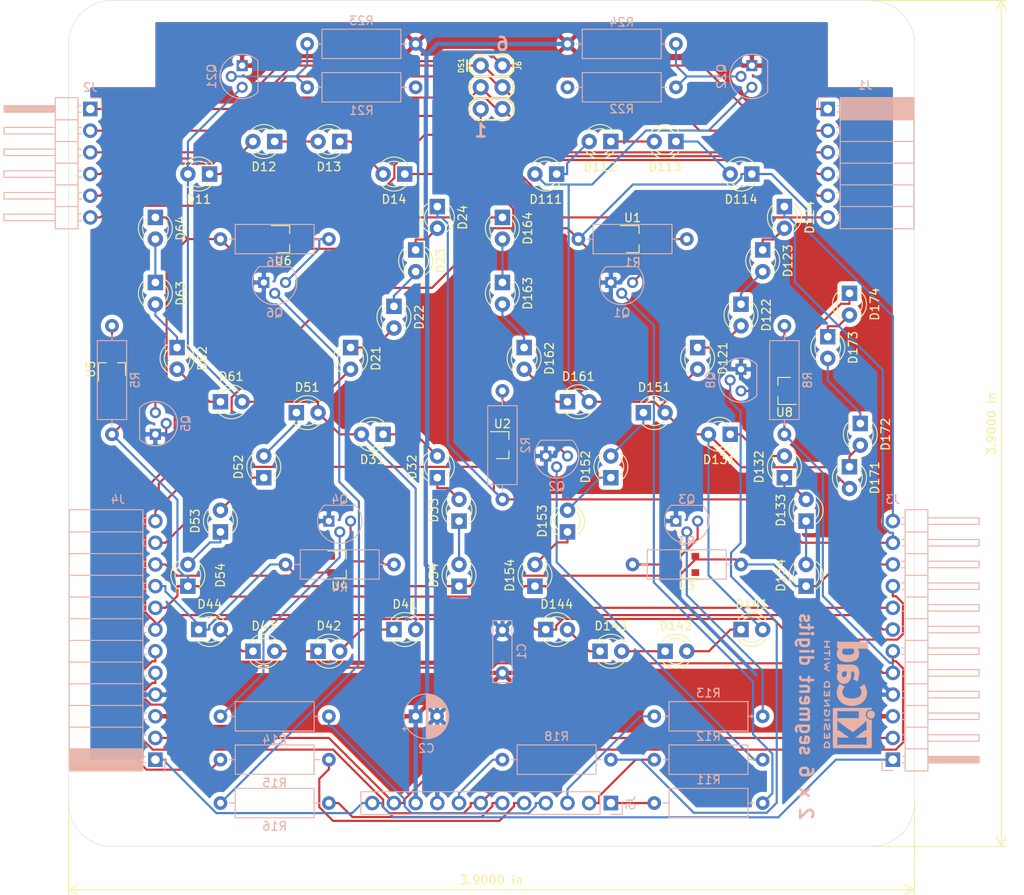
<source format=kicad_pcb>
(kicad_pcb (version 20171130) (host pcbnew 5.1.5-5.1.5)
  (title_block (date 2020-07-10))
  (layers (0 F.Cu signal) (31 B.Cu signal) (34 B.Paste user) (35 F.Paste user) (36 B.SilkS user) (37 F.SilkS user) (38 B.Mask user) (39 F.Mask user) (44 Edge.Cuts user))
  (net 0 "")
  (net 1 GND)
  (net 2 "Net-(D11-Pad2)")
  (net 3 "Net-(D11-Pad1)")
  (net 4 "Net-(D12-Pad1)")
  (net 5 "Net-(D13-Pad1)")
  (net 6 "Net-(D21-Pad1)")
  (net 7 "Net-(D22-Pad1)")
  (net 8 "Net-(D23-Pad1)")
  (net 9 "Net-(D31-Pad1)")
  (net 10 "Net-(D32-Pad1)")
  (net 11 "Net-(D33-Pad1)")
  (net 12 /C)
  (net 13 "Net-(D41-Pad1)")
  (net 14 "Net-(D42-Pad1)")
  (net 15 "Net-(D43-Pad1)")
  (net 16 /D)
  (net 17 "Net-(D51-Pad1)")
  (net 18 "Net-(D52-Pad1)")
  (net 19 "Net-(D53-Pad1)")
  (net 20 /E)
  (net 21 "Net-(D61-Pad1)")
  (net 22 "Net-(D62-Pad1)")
  (net 23 "Net-(D63-Pad1)")
  (net 24 "Net-(D111-Pad2)")
  (net 25 "Net-(D111-Pad1)")
  (net 26 "Net-(D112-Pad1)")
  (net 27 "Net-(D113-Pad1)")
  (net 28 "Net-(D121-Pad1)")
  (net 29 "Net-(D122-Pad1)")
  (net 30 "Net-(D123-Pad1)")
  (net 31 "Net-(D131-Pad1)")
  (net 32 "Net-(D132-Pad1)")
  (net 33 "Net-(D133-Pad1)")
  (net 34 "Net-(D141-Pad1)")
  (net 35 "Net-(D142-Pad1)")
  (net 36 "Net-(D143-Pad1)")
  (net 37 "Net-(D151-Pad1)")
  (net 38 "Net-(D152-Pad1)")
  (net 39 "Net-(D153-Pad1)")
  (net 40 "Net-(D161-Pad1)")
  (net 41 "Net-(D162-Pad1)")
  (net 42 "Net-(D163-Pad1)")
  (net 43 "Net-(D171-Pad1)")
  (net 44 "Net-(D172-Pad1)")
  (net 45 "Net-(D173-Pad1)")
  (net 46 /P)
  (net 47 "Net-(J1-Pad6)")
  (net 48 "Net-(J1-Pad5)")
  (net 49 "Net-(J1-Pad4)")
  (net 50 "Net-(J1-Pad3)")
  (net 51 "Net-(J1-Pad2)")
  (net 52 "Net-(J1-Pad1)")
  (net 53 /12)
  (net 54 /11)
  (net 55 VCC)
  (net 56 /7)
  (net 57 "Net-(J5-Pad8)")
  (net 58 "Net-(J5-Pad6)")
  (net 59 "Net-(J5-Pad5)")
  (net 60 "Net-(J5-Pad4)")
  (net 61 "Net-(J5-Pad3)")
  (net 62 "Net-(J5-Pad2)")
  (net 63 "Net-(J5-Pad1)")
  (net 64 "Net-(Q1-Pad3)")
  (net 65 "Net-(Q1-Pad2)")
  (net 66 "Net-(Q2-Pad3)")
  (net 67 "Net-(Q2-Pad2)")
  (net 68 "Net-(Q3-Pad3)")
  (net 69 "Net-(Q3-Pad2)")
  (net 70 "Net-(Q4-Pad3)")
  (net 71 "Net-(Q4-Pad2)")
  (net 72 "Net-(Q5-Pad3)")
  (net 73 "Net-(Q5-Pad2)")
  (net 74 "Net-(Q6-Pad3)")
  (net 75 "Net-(Q6-Pad2)")
  (net 76 "Net-(Q8-Pad3)")
  (net 77 "Net-(Q8-Pad2)")
  (net 78 "Net-(Q21-Pad2)")
  (net 79 "Net-(Q22-Pad2)")
  (net 80 "Net-(R21-Pad2)")
  (net 81 "Net-(R22-Pad2)")
  (net 82 "Net-(U1-Pad1)")
  (net 83 "Net-(U2-Pad1)")
  (net 84 "Net-(U3-Pad1)")
  (net 85 "Net-(U4-Pad1)")
  (net 86 "Net-(U5-Pad1)")
  (net 87 "Net-(U6-Pad1)")
  (net 88 "Net-(U8-Pad1)")
  (net 89 /A)
  (net 90 /B)
  (net 91 /F)
  (module Symbol:KiCad-Logo2_5mm_SilkScreen (layer B.Cu) (at 165.1 134.62 90)
    (fp_text reference REF** hide)
    (fp_text value KiCad-Logo2_5mm_SilkScreen hide)
  )
  (module Resistor_THT:R_Axial_DIN0309_L9.0mm_D3.2mm_P12.70mm_Horizontal (layer B.Cu) (at 144.78 63.5 180)
    (fp_text reference R22 (at 6.35 -2.54) (layer B.SilkS) (effects (justify mirror)))
    (fp_text value 2k2)
    (pad 2 thru_hole oval (at 12.7 0 180) (size 1.6 1.6) (drill 0.8) (layers *.Cu *.Mask) (net 81 "Net-(R22-Pad2)"))
    (pad 1 thru_hole circle (at 0 0 180) (size 1.6 1.6) (drill 0.8) (layers *.Cu *.Mask) (net 79 "Net-(Q22-Pad2)"))
  )
  (module Resistor_THT:R_Axial_DIN0309_L9.0mm_D3.2mm_P12.70mm_Horizontal (layer B.Cu) (at 101.6 63.5)
    (fp_text reference R21 (at 6.35 2.72) (layer B.SilkS) (effects (justify mirror)))
    (fp_text value 2k2)
    (pad 2 thru_hole oval (at 12.7 0) (size 1.6 1.6) (drill 0.8) (layers *.Cu *.Mask) (net 80 "Net-(R21-Pad2)"))
    (pad 1 thru_hole circle (at 0 0) (size 1.6 1.6) (drill 0.8) (layers *.Cu *.Mask) (net 78 "Net-(Q21-Pad2)"))
  )
  (module Resistor_THT:R_Axial_DIN0309_L9.0mm_D3.2mm_P12.70mm_Horizontal (layer B.Cu) (at 137.16 142.24 180)
    (fp_text reference R18 (at 6.35 2.72) (layer B.SilkS) (effects (justify mirror)))
    (fp_text value 4k7)
    (pad 2 thru_hole oval (at 12.7 0 180) (size 1.6 1.6) (drill 0.8) (layers *.Cu *.Mask) (net 57 "Net-(J5-Pad8)"))
    (pad 1 thru_hole circle (at 0 0 180) (size 1.6 1.6) (drill 0.8) (layers *.Cu *.Mask) (net 77 "Net-(Q8-Pad2)"))
  )
  (module Resistor_THT:R_Axial_DIN0309_L9.0mm_D3.2mm_P12.70mm_Horizontal (layer B.Cu) (at 91.44 147.32)
    (fp_text reference R16 (at 6.35 2.72) (layer B.SilkS) (effects (justify mirror)))
    (fp_text value 4k7)
    (pad 2 thru_hole oval (at 12.7 0) (size 1.6 1.6) (drill 0.8) (layers *.Cu *.Mask) (net 58 "Net-(J5-Pad6)"))
    (pad 1 thru_hole circle (at 0 0) (size 1.6 1.6) (drill 0.8) (layers *.Cu *.Mask) (net 75 "Net-(Q6-Pad2)"))
  )
  (module Resistor_THT:R_Axial_DIN0309_L9.0mm_D3.2mm_P12.70mm_Horizontal (layer B.Cu) (at 91.44 142.24)
    (fp_text reference R15 (at 6.35 2.72) (layer B.SilkS) (effects (justify mirror)))
    (fp_text value 4k7)
    (pad 2 thru_hole oval (at 12.7 0) (size 1.6 1.6) (drill 0.8) (layers *.Cu *.Mask) (net 59 "Net-(J5-Pad5)"))
    (pad 1 thru_hole circle (at 0 0) (size 1.6 1.6) (drill 0.8) (layers *.Cu *.Mask) (net 73 "Net-(Q5-Pad2)"))
  )
  (module Resistor_THT:R_Axial_DIN0309_L9.0mm_D3.2mm_P12.70mm_Horizontal (layer B.Cu) (at 91.44 137.16)
    (fp_text reference R14 (at 6.35 2.72) (layer B.SilkS) (effects (justify mirror)))
    (fp_text value 4k7)
    (pad 2 thru_hole oval (at 12.7 0) (size 1.6 1.6) (drill 0.8) (layers *.Cu *.Mask) (net 60 "Net-(J5-Pad4)"))
    (pad 1 thru_hole circle (at 0 0) (size 1.6 1.6) (drill 0.8) (layers *.Cu *.Mask) (net 71 "Net-(Q4-Pad2)"))
  )
  (module Resistor_THT:R_Axial_DIN0309_L9.0mm_D3.2mm_P12.70mm_Horizontal (layer B.Cu) (at 154.94 137.16 180)
    (fp_text reference R13 (at 6.35 2.72) (layer B.SilkS) (effects (justify mirror)))
    (fp_text value 4k7)
    (pad 2 thru_hole oval (at 12.7 0 180) (size 1.6 1.6) (drill 0.8) (layers *.Cu *.Mask) (net 61 "Net-(J5-Pad3)"))
    (pad 1 thru_hole circle (at 0 0 180) (size 1.6 1.6) (drill 0.8) (layers *.Cu *.Mask) (net 69 "Net-(Q3-Pad2)"))
  )
  (module Resistor_THT:R_Axial_DIN0309_L9.0mm_D3.2mm_P12.70mm_Horizontal (layer B.Cu) (at 154.94 142.24 180)
    (fp_text reference R12 (at 6.35 2.72) (layer B.SilkS) (effects (justify mirror)))
    (fp_text value 4k7)
    (pad 2 thru_hole oval (at 12.7 0 180) (size 1.6 1.6) (drill 0.8) (layers *.Cu *.Mask) (net 62 "Net-(J5-Pad2)"))
    (pad 1 thru_hole circle (at 0 0 180) (size 1.6 1.6) (drill 0.8) (layers *.Cu *.Mask) (net 67 "Net-(Q2-Pad2)"))
  )
  (module Resistor_THT:R_Axial_DIN0309_L9.0mm_D3.2mm_P12.70mm_Horizontal (layer B.Cu) (at 154.94 147.32 180)
    (fp_text reference R11 (at 6.35 2.72) (layer B.SilkS) (effects (justify mirror)))
    (fp_text value 4k7)
    (pad 2 thru_hole oval (at 12.7 0 180) (size 1.6 1.6) (drill 0.8) (layers *.Cu *.Mask) (net 63 "Net-(J5-Pad1)"))
    (pad 1 thru_hole circle (at 0 0 180) (size 1.6 1.6) (drill 0.8) (layers *.Cu *.Mask) (net 65 "Net-(Q1-Pad2)"))
  )
  (module Resistor_THT:R_Axial_DIN0309_L9.0mm_D3.2mm_P12.70mm_Horizontal (layer B.Cu) (at 157.48 104.14 90)
    (fp_text reference R8 (at 6.35 2.72 270) (layer B.SilkS) (effects (justify mirror)))
    (fp_text value 220)
    (pad 2 thru_hole oval (at 12.7 0 90) (size 1.6 1.6) (drill 0.8) (layers *.Cu *.Mask) (net 76 "Net-(Q8-Pad3)"))
    (pad 1 thru_hole circle (at 0 0 90) (size 1.6 1.6) (drill 0.8) (layers *.Cu *.Mask) (net 46 /P))
  )
  (module Resistor_THT:R_Axial_DIN0309_L9.0mm_D3.2mm_P12.70mm_Horizontal (layer B.Cu) (at 91.44 81.28)
    (fp_text reference R6 (at 6.35 2.72 -180) (layer B.SilkS) (effects (justify mirror)))
    (fp_text value 220)
    (pad 2 thru_hole oval (at 12.7 0) (size 1.6 1.6) (drill 0.8) (layers *.Cu *.Mask) (net 74 "Net-(Q6-Pad3)"))
    (pad 1 thru_hole circle (at 0 0) (size 1.6 1.6) (drill 0.8) (layers *.Cu *.Mask) (net 91 /F))
  )
  (module Resistor_THT:R_Axial_DIN0309_L9.0mm_D3.2mm_P12.70mm_Horizontal (layer B.Cu) (at 78.74 104.14 90)
    (fp_text reference R5 (at 6.35 2.72 270) (layer B.SilkS) (effects (justify mirror)))
    (fp_text value 220)
    (pad 2 thru_hole oval (at 12.7 0 90) (size 1.6 1.6) (drill 0.8) (layers *.Cu *.Mask) (net 72 "Net-(Q5-Pad3)"))
    (pad 1 thru_hole circle (at 0 0 90) (size 1.6 1.6) (drill 0.8) (layers *.Cu *.Mask) (net 20 /E))
  )
  (module Resistor_THT:R_Axial_DIN0309_L9.0mm_D3.2mm_P12.70mm_Horizontal (layer B.Cu) (at 99.06 119.38)
    (fp_text reference R4 (at 6.35 2.72) (layer B.SilkS) (effects (justify mirror)))
    (fp_text value 220)
    (pad 2 thru_hole oval (at 12.7 0) (size 1.6 1.6) (drill 0.8) (layers *.Cu *.Mask) (net 70 "Net-(Q4-Pad3)"))
    (pad 1 thru_hole circle (at 0 0) (size 1.6 1.6) (drill 0.8) (layers *.Cu *.Mask) (net 16 /D))
  )
  (module Resistor_THT:R_Axial_DIN0309_L9.0mm_D3.2mm_P12.70mm_Horizontal (layer B.Cu) (at 152.4 119.38 180)
    (fp_text reference R3 (at 6.35 2.72) (layer B.SilkS) (effects (justify mirror)))
    (fp_text value 220)
    (pad 2 thru_hole oval (at 12.7 0 180) (size 1.6 1.6) (drill 0.8) (layers *.Cu *.Mask) (net 68 "Net-(Q3-Pad3)"))
    (pad 1 thru_hole circle (at 0 0 180) (size 1.6 1.6) (drill 0.8) (layers *.Cu *.Mask) (net 12 /C))
  )
  (module Resistor_THT:R_Axial_DIN0309_L9.0mm_D3.2mm_P12.70mm_Horizontal (layer B.Cu) (at 124.46 111.76 90)
    (fp_text reference R2 (at 6.35 2.72 -90) (layer B.SilkS) (effects (justify mirror)))
    (fp_text value 220)
    (pad 2 thru_hole oval (at 12.7 0 90) (size 1.6 1.6) (drill 0.8) (layers *.Cu *.Mask) (net 66 "Net-(Q2-Pad3)"))
    (pad 1 thru_hole circle (at 0 0 90) (size 1.6 1.6) (drill 0.8) (layers *.Cu *.Mask) (net 90 /B))
  )
  (module Resistor_THT:R_Axial_DIN0309_L9.0mm_D3.2mm_P12.70mm_Horizontal (layer B.Cu) (at 133.35 81.28)
    (fp_text reference R1 (at 6.35 2.72) (layer B.SilkS) (effects (justify mirror)))
    (fp_text value 220)
    (pad 2 thru_hole oval (at 12.7 0) (size 1.6 1.6) (drill 0.8) (layers *.Cu *.Mask) (net 64 "Net-(Q1-Pad3)"))
    (pad 1 thru_hole circle (at 0 0) (size 1.6 1.6) (drill 0.8) (layers *.Cu *.Mask) (net 89 /A))
  )
  (module Package_TO_SOT_THT:TO-92 (layer B.Cu) (at 153.67 60.96 270)
    (fp_text reference Q22 (at 1.27 3.56 270) (layer B.SilkS) (effects (justify mirror)))
    (fp_text value D1)
    (pad 1 thru_hole rect (at 0 0 180) (size 1.3 1.3) (drill 0.75) (layers *.Cu *.Mask) (net 55 VCC))
    (pad 3 thru_hole circle (at 2.54 0 180) (size 1.3 1.3) (drill 0.75) (layers *.Cu *.Mask) (net 24 "Net-(D111-Pad2)"))
    (pad 2 thru_hole circle (at 1.27 1.27 180) (size 1.3 1.3) (drill 0.75) (layers *.Cu *.Mask) (net 79 "Net-(Q22-Pad2)"))
  )
  (module Connector_PinHeader_2.54mm:PinHeader_1x06_P2.54mm_Horizontal (layer B.Cu) (at 76.2 66.04 180)
    (fp_text reference J2 (at 0 2.54) (layer B.SilkS) (effects (justify mirror)))
    (fp_text value RA)
    (pad 6 thru_hole oval (at 0 -12.7 180) (size 1.7 1.7) (drill 1) (layers *.Cu *.Mask) (net 47 "Net-(J1-Pad6)"))
    (pad 5 thru_hole oval (at 0 -10.16 180) (size 1.7 1.7) (drill 1) (layers *.Cu *.Mask) (net 48 "Net-(J1-Pad5)"))
    (pad 4 thru_hole oval (at 0 -7.62 180) (size 1.7 1.7) (drill 1) (layers *.Cu *.Mask) (net 49 "Net-(J1-Pad4)"))
    (pad 3 thru_hole oval (at 0 -5.08 180) (size 1.7 1.7) (drill 1) (layers *.Cu *.Mask) (net 50 "Net-(J1-Pad3)"))
    (pad 2 thru_hole oval (at 0 -2.54 180) (size 1.7 1.7) (drill 1) (layers *.Cu *.Mask) (net 51 "Net-(J1-Pad2)"))
    (pad 1 thru_hole rect (at 0 0 180) (size 1.7 1.7) (drill 1) (layers *.Cu *.Mask) (net 52 "Net-(J1-Pad1)"))
  )
  (module Connector_PinSocket_2.54mm:PinSocket_1x06_P2.54mm_Horizontal (layer B.Cu) (at 162.56 66.04 180)
    (fp_text reference J1 (at -4.38 2.77) (layer B.SilkS) (effects (justify mirror)))
    (fp_text value LA)
    (pad 6 thru_hole oval (at 0 -12.7 180) (size 1.7 1.7) (drill 1) (layers *.Cu *.Mask) (net 47 "Net-(J1-Pad6)"))
    (pad 5 thru_hole oval (at 0 -10.16 180) (size 1.7 1.7) (drill 1) (layers *.Cu *.Mask) (net 48 "Net-(J1-Pad5)"))
    (pad 4 thru_hole oval (at 0 -7.62 180) (size 1.7 1.7) (drill 1) (layers *.Cu *.Mask) (net 49 "Net-(J1-Pad4)"))
    (pad 3 thru_hole oval (at 0 -5.08 180) (size 1.7 1.7) (drill 1) (layers *.Cu *.Mask) (net 50 "Net-(J1-Pad3)"))
    (pad 2 thru_hole oval (at 0 -2.54 180) (size 1.7 1.7) (drill 1) (layers *.Cu *.Mask) (net 51 "Net-(J1-Pad2)"))
    (pad 1 thru_hole rect (at 0 0 180) (size 1.7 1.7) (drill 1) (layers *.Cu *.Mask) (net 52 "Net-(J1-Pad1)"))
  )
  (module MountingHole:MountingHole_3.5mm (layer F.Cu) (at 167.64 147.32)
    (fp_text reference H4 hide)
    (fp_text value MountingHole)
    (pad 1 np_thru_hole circle (at 0 0) (size 3.5 3.5) (drill 3.5) (layers *.Cu *.Mask))
  )
  (module MountingHole:MountingHole_3.5mm (layer F.Cu) (at 78.74 147.32)
    (fp_text reference H3 hide)
    (fp_text value MountingHole)
    (pad 1 np_thru_hole circle (at 0 0) (size 3.5 3.5) (drill 3.5) (layers *.Cu *.Mask))
  )
  (module MountingHole:MountingHole_3.5mm (layer F.Cu) (at 167.64 58.42)
    (fp_text reference H2 hide)
    (fp_text value MountingHole)
    (pad 1 np_thru_hole circle (at 0 0) (size 3.5 3.5) (drill 3.5) (layers *.Cu *.Mask))
  )
  (module MountingHole:MountingHole_3.5mm (layer F.Cu) (at 78.74 58.42)
    (fp_text reference H1 hide)
    (fp_text value MountingHole)
    (pad 1 np_thru_hole circle (at 0 0) (size 3.5 3.5) (drill 3.5) (layers *.Cu *.Mask))
  )
  (module LED_THT:LED_D3.0mm (layer F.Cu) (at 165.1 87.63 270)
    (fp_text reference D174 (at 1.27 -2.96 90) (layer F.SilkS))
    (fp_text value 3mm)
    (pad 2 thru_hole circle (at 2.54 0 270) (size 1.8 1.8) (drill 0.9) (layers *.Cu *.Mask) (net 45 "Net-(D173-Pad1)"))
    (pad 1 thru_hole rect (at 0 0 270) (size 1.8 1.8) (drill 0.9) (layers *.Cu *.Mask) (net 46 /P))
  )
  (module LED_THT:LED_D3.0mm (layer F.Cu) (at 162.56 92.71 270)
    (fp_text reference D173 (at 1.27 -2.96 90) (layer F.SilkS))
    (fp_text value 3mm)
    (pad 2 thru_hole circle (at 2.54 0 270) (size 1.8 1.8) (drill 0.9) (layers *.Cu *.Mask) (net 44 "Net-(D172-Pad1)"))
    (pad 1 thru_hole rect (at 0 0 270) (size 1.8 1.8) (drill 0.9) (layers *.Cu *.Mask) (net 45 "Net-(D173-Pad1)"))
  )
  (module LED_THT:LED_D3.0mm (layer F.Cu) (at 166.37 102.87 270)
    (fp_text reference D172 (at 1.27 -2.96 90) (layer F.SilkS))
    (fp_text value 3mm)
    (pad 2 thru_hole circle (at 2.54 0 270) (size 1.8 1.8) (drill 0.9) (layers *.Cu *.Mask) (net 43 "Net-(D171-Pad1)"))
    (pad 1 thru_hole rect (at 0 0 270) (size 1.8 1.8) (drill 0.9) (layers *.Cu *.Mask) (net 44 "Net-(D172-Pad1)"))
  )
  (module LED_THT:LED_D3.0mm (layer F.Cu) (at 165.1 107.95 270)
    (fp_text reference D171 (at 1.27 -2.96 90) (layer F.SilkS))
    (fp_text value 3mm)
    (pad 2 thru_hole circle (at 2.54 0 270) (size 1.8 1.8) (drill 0.9) (layers *.Cu *.Mask) (net 24 "Net-(D111-Pad2)"))
    (pad 1 thru_hole rect (at 0 0 270) (size 1.8 1.8) (drill 0.9) (layers *.Cu *.Mask) (net 43 "Net-(D171-Pad1)"))
  )
  (module LED_THT:LED_D3.0mm (layer F.Cu) (at 124.46 78.74 270)
    (fp_text reference D164 (at 1.27 -2.96 90) (layer F.SilkS))
    (fp_text value 3mm)
    (pad 2 thru_hole circle (at 2.54 0 270) (size 1.8 1.8) (drill 0.9) (layers *.Cu *.Mask) (net 42 "Net-(D163-Pad1)"))
    (pad 1 thru_hole rect (at 0 0 270) (size 1.8 1.8) (drill 0.9) (layers *.Cu *.Mask) (net 91 /F))
  )
  (module LED_THT:LED_D3.0mm (layer F.Cu) (at 124.46 86.36 270)
    (fp_text reference D163 (at 1.27 -2.96 90) (layer F.SilkS))
    (fp_text value 3mm)
    (pad 2 thru_hole circle (at 2.54 0 270) (size 1.8 1.8) (drill 0.9) (layers *.Cu *.Mask) (net 41 "Net-(D162-Pad1)"))
    (pad 1 thru_hole rect (at 0 0 270) (size 1.8 1.8) (drill 0.9) (layers *.Cu *.Mask) (net 42 "Net-(D163-Pad1)"))
  )
  (module LED_THT:LED_D3.0mm (layer F.Cu) (at 127 93.98 270)
    (fp_text reference D162 (at 1.27 -2.96 90) (layer F.SilkS))
    (fp_text value 3mm)
    (pad 2 thru_hole circle (at 2.54 0 270) (size 1.8 1.8) (drill 0.9) (layers *.Cu *.Mask) (net 40 "Net-(D161-Pad1)"))
    (pad 1 thru_hole rect (at 0 0 270) (size 1.8 1.8) (drill 0.9) (layers *.Cu *.Mask) (net 41 "Net-(D162-Pad1)"))
  )
  (module LED_THT:LED_D3.0mm (layer F.Cu) (at 132.08 100.33)
    (fp_text reference D161 (at 1.27 -2.96) (layer F.SilkS))
    (fp_text value 3mm)
    (pad 2 thru_hole circle (at 2.54 0) (size 1.8 1.8) (drill 0.9) (layers *.Cu *.Mask) (net 24 "Net-(D111-Pad2)"))
    (pad 1 thru_hole rect (at 0 0) (size 1.8 1.8) (drill 0.9) (layers *.Cu *.Mask) (net 40 "Net-(D161-Pad1)"))
  )
  (module LED_THT:LED_D3.0mm (layer F.Cu) (at 128.27 121.92 90)
    (fp_text reference D154 (at 1.27 -2.96 90) (layer F.SilkS))
    (fp_text value 3mm)
    (pad 2 thru_hole circle (at 2.54 0 90) (size 1.8 1.8) (drill 0.9) (layers *.Cu *.Mask) (net 39 "Net-(D153-Pad1)"))
    (pad 1 thru_hole rect (at 0 0 90) (size 1.8 1.8) (drill 0.9) (layers *.Cu *.Mask) (net 20 /E))
  )
  (module LED_THT:LED_D3.0mm (layer F.Cu) (at 132.08 115.57 90)
    (fp_text reference D153 (at 1.27 -2.96 90) (layer F.SilkS))
    (fp_text value 3mm)
    (pad 2 thru_hole circle (at 2.54 0 90) (size 1.8 1.8) (drill 0.9) (layers *.Cu *.Mask) (net 38 "Net-(D152-Pad1)"))
    (pad 1 thru_hole rect (at 0 0 90) (size 1.8 1.8) (drill 0.9) (layers *.Cu *.Mask) (net 39 "Net-(D153-Pad1)"))
  )
  (module LED_THT:LED_D3.0mm (layer F.Cu) (at 137.16 109.22 90)
    (fp_text reference D152 (at 1.27 -2.96 90) (layer F.SilkS))
    (fp_text value 3mm)
    (pad 2 thru_hole circle (at 2.54 0 90) (size 1.8 1.8) (drill 0.9) (layers *.Cu *.Mask) (net 37 "Net-(D151-Pad1)"))
    (pad 1 thru_hole rect (at 0 0 90) (size 1.8 1.8) (drill 0.9) (layers *.Cu *.Mask) (net 38 "Net-(D152-Pad1)"))
  )
  (module LED_THT:LED_D3.0mm (layer F.Cu) (at 140.97 101.6)
    (fp_text reference D151 (at 1.27 -2.96) (layer F.SilkS))
    (fp_text value 3mm)
    (pad 2 thru_hole circle (at 2.54 0) (size 1.8 1.8) (drill 0.9) (layers *.Cu *.Mask) (net 24 "Net-(D111-Pad2)"))
    (pad 1 thru_hole rect (at 0 0) (size 1.8 1.8) (drill 0.9) (layers *.Cu *.Mask) (net 37 "Net-(D151-Pad1)"))
  )
  (module LED_THT:LED_D3.0mm (layer F.Cu) (at 129.54 127)
    (fp_text reference D144 (at 1.27 -2.96) (layer F.SilkS))
    (fp_text value 3mm)
    (pad 2 thru_hole circle (at 2.54 0) (size 1.8 1.8) (drill 0.9) (layers *.Cu *.Mask) (net 36 "Net-(D143-Pad1)"))
    (pad 1 thru_hole rect (at 0 0) (size 1.8 1.8) (drill 0.9) (layers *.Cu *.Mask) (net 16 /D))
  )
  (module LED_THT:LED_D3.0mm (layer F.Cu) (at 135.89 129.54)
    (fp_text reference D143 (at 1.27 -2.96) (layer F.SilkS))
    (fp_text value 3mm)
    (pad 2 thru_hole circle (at 2.54 0) (size 1.8 1.8) (drill 0.9) (layers *.Cu *.Mask) (net 35 "Net-(D142-Pad1)"))
    (pad 1 thru_hole rect (at 0 0) (size 1.8 1.8) (drill 0.9) (layers *.Cu *.Mask) (net 36 "Net-(D143-Pad1)"))
  )
  (module LED_THT:LED_D3.0mm (layer F.Cu) (at 143.51 129.54)
    (fp_text reference D142 (at 1.27 -2.96) (layer F.SilkS))
    (fp_text value 3mm)
    (pad 2 thru_hole circle (at 2.54 0) (size 1.8 1.8) (drill 0.9) (layers *.Cu *.Mask) (net 34 "Net-(D141-Pad1)"))
    (pad 1 thru_hole rect (at 0 0) (size 1.8 1.8) (drill 0.9) (layers *.Cu *.Mask) (net 35 "Net-(D142-Pad1)"))
  )
  (module LED_THT:LED_D3.0mm (layer F.Cu) (at 152.4 127)
    (fp_text reference D141 (at 1.27 -2.96) (layer F.SilkS))
    (fp_text value 3mm)
    (pad 2 thru_hole circle (at 2.54 0) (size 1.8 1.8) (drill 0.9) (layers *.Cu *.Mask) (net 24 "Net-(D111-Pad2)"))
    (pad 1 thru_hole rect (at 0 0) (size 1.8 1.8) (drill 0.9) (layers *.Cu *.Mask) (net 34 "Net-(D141-Pad1)"))
  )
  (module LED_THT:LED_D3.0mm (layer F.Cu) (at 160.02 121.92 90)
    (fp_text reference D134 (at 1.27 -2.96 90) (layer F.SilkS))
    (fp_text value 3mm)
    (pad 2 thru_hole circle (at 2.54 0 90) (size 1.8 1.8) (drill 0.9) (layers *.Cu *.Mask) (net 33 "Net-(D133-Pad1)"))
    (pad 1 thru_hole rect (at 0 0 90) (size 1.8 1.8) (drill 0.9) (layers *.Cu *.Mask) (net 12 /C))
  )
  (module Package_TO_SOT_THT:TO-92 (layer B.Cu) (at 93.98 60.96 270)
    (fp_text reference Q21 (at 1.27 3.56 270) (layer B.SilkS) (effects (justify mirror)))
    (fp_text value D1)
    (pad 1 thru_hole rect (at 0 0 180) (size 1.3 1.3) (drill 0.75) (layers *.Cu *.Mask) (net 55 VCC))
    (pad 3 thru_hole circle (at 2.54 0 180) (size 1.3 1.3) (drill 0.75) (layers *.Cu *.Mask) (net 2 "Net-(D11-Pad2)"))
    (pad 2 thru_hole circle (at 1.27 1.27 180) (size 1.3 1.3) (drill 0.75) (layers *.Cu *.Mask) (net 78 "Net-(Q21-Pad2)"))
  )
  (module Package_TO_SOT_THT:TO-92 (layer B.Cu) (at 152.4 96.52 270)
    (fp_text reference Q8 (at 1.27 3.56 90) (layer B.SilkS) (effects (justify mirror)))
    (fp_text value P)
    (pad 1 thru_hole rect (at 0 0 180) (size 1.3 1.3) (drill 0.75) (layers *.Cu *.Mask) (net 1 GND))
    (pad 3 thru_hole circle (at 2.54 0 180) (size 1.3 1.3) (drill 0.75) (layers *.Cu *.Mask) (net 76 "Net-(Q8-Pad3)"))
    (pad 2 thru_hole circle (at 1.27 1.27 180) (size 1.3 1.3) (drill 0.75) (layers *.Cu *.Mask) (net 77 "Net-(Q8-Pad2)"))
  )
  (module Package_TO_SOT_THT:TO-92 (layer B.Cu) (at 96.52 86.36)
    (fp_text reference Q6 (at 1.27 3.56) (layer B.SilkS) (effects (justify mirror)))
    (fp_text value F)
    (pad 1 thru_hole rect (at 0 0 270) (size 1.3 1.3) (drill 0.75) (layers *.Cu *.Mask) (net 1 GND))
    (pad 3 thru_hole circle (at 2.54 0 270) (size 1.3 1.3) (drill 0.75) (layers *.Cu *.Mask) (net 74 "Net-(Q6-Pad3)"))
    (pad 2 thru_hole circle (at 1.27 1.27 270) (size 1.3 1.3) (drill 0.75) (layers *.Cu *.Mask) (net 75 "Net-(Q6-Pad2)"))
  )
  (module Package_TO_SOT_THT:TO-92 (layer B.Cu) (at 83.82 104.14 90)
    (fp_text reference Q5 (at 1.27 3.56 90) (layer B.SilkS) (effects (justify mirror)))
    (fp_text value E)
    (pad 1 thru_hole rect (at 0 0) (size 1.3 1.3) (drill 0.75) (layers *.Cu *.Mask) (net 1 GND))
    (pad 3 thru_hole circle (at 2.54 0) (size 1.3 1.3) (drill 0.75) (layers *.Cu *.Mask) (net 72 "Net-(Q5-Pad3)"))
    (pad 2 thru_hole circle (at 1.27 1.27) (size 1.3 1.3) (drill 0.75) (layers *.Cu *.Mask) (net 73 "Net-(Q5-Pad2)"))
  )
  (module Package_TO_SOT_THT:TO-92 (layer B.Cu) (at 104.14 114.3)
    (fp_text reference Q4 (at 1.27 -2.54) (layer B.SilkS) (effects (justify mirror)))
    (fp_text value D)
    (pad 1 thru_hole rect (at 0 0 270) (size 1.3 1.3) (drill 0.75) (layers *.Cu *.Mask) (net 1 GND))
    (pad 3 thru_hole circle (at 2.54 0 270) (size 1.3 1.3) (drill 0.75) (layers *.Cu *.Mask) (net 70 "Net-(Q4-Pad3)"))
    (pad 2 thru_hole circle (at 1.27 1.27 270) (size 1.3 1.3) (drill 0.75) (layers *.Cu *.Mask) (net 71 "Net-(Q4-Pad2)"))
  )
  (module Package_TO_SOT_THT:TO-92 (layer B.Cu) (at 144.78 114.3)
    (fp_text reference Q3 (at 1.27 -2.54) (layer B.SilkS) (effects (justify mirror)))
    (fp_text value C)
    (pad 1 thru_hole rect (at 0 0 270) (size 1.3 1.3) (drill 0.75) (layers *.Cu *.Mask) (net 1 GND))
    (pad 3 thru_hole circle (at 2.54 0 270) (size 1.3 1.3) (drill 0.75) (layers *.Cu *.Mask) (net 68 "Net-(Q3-Pad3)"))
    (pad 2 thru_hole circle (at 1.27 1.27 270) (size 1.3 1.3) (drill 0.75) (layers *.Cu *.Mask) (net 69 "Net-(Q3-Pad2)"))
  )
  (module Package_TO_SOT_THT:TO-92 (layer B.Cu) (at 129.54 106.68)
    (fp_text reference Q2 (at 1.27 3.56) (layer B.SilkS) (effects (justify mirror)))
    (fp_text value B)
    (pad 1 thru_hole rect (at 0 0 270) (size 1.3 1.3) (drill 0.75) (layers *.Cu *.Mask) (net 1 GND))
    (pad 3 thru_hole circle (at 2.54 0 270) (size 1.3 1.3) (drill 0.75) (layers *.Cu *.Mask) (net 66 "Net-(Q2-Pad3)"))
    (pad 2 thru_hole circle (at 1.27 1.27 270) (size 1.3 1.3) (drill 0.75) (layers *.Cu *.Mask) (net 67 "Net-(Q2-Pad2)"))
  )
  (module Package_TO_SOT_THT:TO-92 (layer B.Cu) (at 137.16 86.36)
    (fp_text reference Q1 (at 1.27 3.56) (layer B.SilkS) (effects (justify mirror)))
    (fp_text value A)
    (pad 1 thru_hole rect (at 0 0 270) (size 1.3 1.3) (drill 0.75) (layers *.Cu *.Mask) (net 1 GND))
    (pad 3 thru_hole circle (at 2.54 0 270) (size 1.3 1.3) (drill 0.75) (layers *.Cu *.Mask) (net 64 "Net-(Q1-Pad3)"))
    (pad 2 thru_hole circle (at 1.27 1.27 270) (size 1.3 1.3) (drill 0.75) (layers *.Cu *.Mask) (net 65 "Net-(Q1-Pad2)"))
  )
  (module Connectors:2X3 (layer F.Cu) (at 121.92 60.96 270)
    (fp_text reference J6 (at 0 -4.445 90) (layer F.SilkS) (effects (font (size 0.6096 0.6096) (thickness 0.127))))
    (fp_text value DS1 (at 0 2.286 90) (layer F.SilkS) (effects (font (size 0.6096 0.6096) (thickness 0.127))))
    (pad 6 thru_hole circle (at 5.08 -2.54 270) (size 1.8796 1.8796) (drill 1.016) (layers *.Cu *.Mask) (net 48 "Net-(J1-Pad5)"))
    (pad 5 thru_hole circle (at 5.08 0 270) (size 1.8796 1.8796) (drill 1.016) (layers *.Cu *.Mask) (net 47 "Net-(J1-Pad6)"))
    (pad 4 thru_hole circle (at 2.54 -2.54 270) (size 1.8796 1.8796) (drill 1.016) (layers *.Cu *.Mask) (net 50 "Net-(J1-Pad3)"))
    (pad 3 thru_hole circle (at 2.54 0 270) (size 1.8796 1.8796) (drill 1.016) (layers *.Cu *.Mask) (net 49 "Net-(J1-Pad4)"))
    (pad 2 thru_hole circle (at 0 -2.54 270) (size 1.8796 1.8796) (drill 1.016) (layers *.Cu *.Mask) (net 52 "Net-(J1-Pad1)"))
    (pad 1 thru_hole circle (at 0 0 270) (size 1.8796 1.8796) (drill 1.016) (layers *.Cu *.Mask) (net 51 "Net-(J1-Pad2)"))
  )
  (module Connector_PinHeader_2.54mm:PinHeader_1x12_P2.54mm_Vertical (layer B.Cu) (at 137.16 147.32 90)
    (fp_text reference J5 (at 0 2.33 -90) (layer B.SilkS) (effects (justify mirror)))
    (fp_text value SS)
    (pad 12 thru_hole oval (at 0 -27.94 90) (size 1.7 1.7) (drill 1) (layers *.Cu *.Mask) (net 53 /12))
    (pad 11 thru_hole oval (at 0 -25.4 90) (size 1.7 1.7) (drill 1) (layers *.Cu *.Mask) (net 54 /11))
    (pad 10 thru_hole oval (at 0 -22.86 90) (size 1.7 1.7) (drill 1) (layers *.Cu *.Mask) (net 55 VCC))
    (pad 9 thru_hole oval (at 0 -20.32 90) (size 1.7 1.7) (drill 1) (layers *.Cu *.Mask) (net 1 GND))
    (pad 8 thru_hole oval (at 0 -17.78 90) (size 1.7 1.7) (drill 1) (layers *.Cu *.Mask) (net 57 "Net-(J5-Pad8)"))
    (pad 7 thru_hole oval (at 0 -15.24 90) (size 1.7 1.7) (drill 1) (layers *.Cu *.Mask) (net 56 /7))
    (pad 6 thru_hole oval (at 0 -12.7 90) (size 1.7 1.7) (drill 1) (layers *.Cu *.Mask) (net 58 "Net-(J5-Pad6)"))
    (pad 5 thru_hole oval (at 0 -10.16 90) (size 1.7 1.7) (drill 1) (layers *.Cu *.Mask) (net 59 "Net-(J5-Pad5)"))
    (pad 4 thru_hole oval (at 0 -7.62 90) (size 1.7 1.7) (drill 1) (layers *.Cu *.Mask) (net 60 "Net-(J5-Pad4)"))
    (pad 3 thru_hole oval (at 0 -5.08 90) (size 1.7 1.7) (drill 1) (layers *.Cu *.Mask) (net 61 "Net-(J5-Pad3)"))
    (pad 2 thru_hole oval (at 0 -2.54 90) (size 1.7 1.7) (drill 1) (layers *.Cu *.Mask) (net 62 "Net-(J5-Pad2)"))
    (pad 1 thru_hole rect (at 0 0 90) (size 1.7 1.7) (drill 1) (layers *.Cu *.Mask) (net 63 "Net-(J5-Pad1)"))
  )
  (module Connector_PinSocket_2.54mm:PinSocket_1x12_P2.54mm_Horizontal (layer B.Cu) (at 83.82 142.24)
    (fp_text reference J4 (at -4.38 -30.48) (layer B.SilkS) (effects (justify mirror)))
    (fp_text value RK)
    (pad 12 thru_hole oval (at 0 -27.94) (size 1.7 1.7) (drill 1) (layers *.Cu *.Mask) (net 89 /A))
    (pad 11 thru_hole oval (at 0 -25.4) (size 1.7 1.7) (drill 1) (layers *.Cu *.Mask) (net 90 /B))
    (pad 10 thru_hole oval (at 0 -22.86) (size 1.7 1.7) (drill 1) (layers *.Cu *.Mask) (net 12 /C))
    (pad 9 thru_hole oval (at 0 -20.32) (size 1.7 1.7) (drill 1) (layers *.Cu *.Mask) (net 16 /D))
    (pad 8 thru_hole oval (at 0 -17.78) (size 1.7 1.7) (drill 1) (layers *.Cu *.Mask) (net 20 /E))
    (pad 7 thru_hole oval (at 0 -15.24) (size 1.7 1.7) (drill 1) (layers *.Cu *.Mask) (net 91 /F))
    (pad 6 thru_hole oval (at 0 -12.7) (size 1.7 1.7) (drill 1) (layers *.Cu *.Mask) (net 56 /7))
    (pad 5 thru_hole oval (at 0 -10.16) (size 1.7 1.7) (drill 1) (layers *.Cu *.Mask) (net 46 /P))
    (pad 4 thru_hole oval (at 0 -7.62) (size 1.7 1.7) (drill 1) (layers *.Cu *.Mask) (net 1 GND))
    (pad 3 thru_hole oval (at 0 -5.08) (size 1.7 1.7) (drill 1) (layers *.Cu *.Mask) (net 55 VCC))
    (pad 2 thru_hole oval (at 0 -2.54) (size 1.7 1.7) (drill 1) (layers *.Cu *.Mask) (net 54 /11))
    (pad 1 thru_hole rect (at 0 0) (size 1.7 1.7) (drill 1) (layers *.Cu *.Mask) (net 53 /12))
  )
  (module Connector_PinHeader_2.54mm:PinHeader_1x12_P2.54mm_Horizontal (layer B.Cu) (at 170.18 142.24)
    (fp_text reference J3 (at 0 -30.48) (layer B.SilkS) (effects (justify mirror)))
    (fp_text value LK)
    (pad 12 thru_hole oval (at 0 -27.94) (size 1.7 1.7) (drill 1) (layers *.Cu *.Mask) (net 89 /A))
    (pad 11 thru_hole oval (at 0 -25.4) (size 1.7 1.7) (drill 1) (layers *.Cu *.Mask) (net 90 /B))
    (pad 10 thru_hole oval (at 0 -22.86) (size 1.7 1.7) (drill 1) (layers *.Cu *.Mask) (net 12 /C))
    (pad 9 thru_hole oval (at 0 -20.32) (size 1.7 1.7) (drill 1) (layers *.Cu *.Mask) (net 16 /D))
    (pad 8 thru_hole oval (at 0 -17.78) (size 1.7 1.7) (drill 1) (layers *.Cu *.Mask) (net 20 /E))
    (pad 7 thru_hole oval (at 0 -15.24) (size 1.7 1.7) (drill 1) (layers *.Cu *.Mask) (net 91 /F))
    (pad 6 thru_hole oval (at 0 -12.7) (size 1.7 1.7) (drill 1) (layers *.Cu *.Mask) (net 56 /7))
    (pad 5 thru_hole oval (at 0 -10.16) (size 1.7 1.7) (drill 1) (layers *.Cu *.Mask) (net 46 /P))
    (pad 4 thru_hole oval (at 0 -7.62) (size 1.7 1.7) (drill 1) (layers *.Cu *.Mask) (net 1 GND))
    (pad 3 thru_hole oval (at 0 -5.08) (size 1.7 1.7) (drill 1) (layers *.Cu *.Mask) (net 55 VCC))
    (pad 2 thru_hole oval (at 0 -2.54) (size 1.7 1.7) (drill 1) (layers *.Cu *.Mask) (net 54 /11))
    (pad 1 thru_hole rect (at 0 0) (size 1.7 1.7) (drill 1) (layers *.Cu *.Mask) (net 53 /12))
  )
  (module Package_TO_SOT_SMD:SOT-23 (layer F.Cu) (at 157.48 99.06 180)
    (fp_text reference U8 (at 0 -2.5) (layer F.SilkS))
    (fp_text value 30mA)
    (pad 3 smd rect (at 1 0 180) (size 0.9 0.8) (layers F.Cu F.Paste F.Mask) (net 76 "Net-(Q8-Pad3)"))
    (pad 2 smd rect (at -1 0.95 180) (size 0.9 0.8) (layers F.Cu F.Paste F.Mask) (net 46 /P))
    (pad 1 smd rect (at -1 -0.95 180) (size 0.9 0.8) (layers F.Cu F.Paste F.Mask) (net 88 "Net-(U8-Pad1)"))
  )
  (module Package_TO_SOT_SMD:SOT-23 (layer F.Cu) (at 98.79 81.28)
    (fp_text reference U6 (at 0 2.54) (layer F.SilkS))
    (fp_text value 30mA)
    (pad 3 smd rect (at 1 0) (size 0.9 0.8) (layers F.Cu F.Paste F.Mask) (net 74 "Net-(Q6-Pad3)"))
    (pad 2 smd rect (at -1 0.95) (size 0.9 0.8) (layers F.Cu F.Paste F.Mask) (net 91 /F))
    (pad 1 smd rect (at -1 -0.95) (size 0.9 0.8) (layers F.Cu F.Paste F.Mask) (net 87 "Net-(U6-Pad1)"))
  )
  (module Package_TO_SOT_SMD:SOT-23 (layer F.Cu) (at 78.74 96.52 90)
    (fp_text reference U5 (at 0 -2.5 90) (layer F.SilkS))
    (fp_text value 30mA)
    (pad 3 smd rect (at 1 0 90) (size 0.9 0.8) (layers F.Cu F.Paste F.Mask) (net 72 "Net-(Q5-Pad3)"))
    (pad 2 smd rect (at -1 0.95 90) (size 0.9 0.8) (layers F.Cu F.Paste F.Mask) (net 20 /E))
    (pad 1 smd rect (at -1 -0.95 90) (size 0.9 0.8) (layers F.Cu F.Paste F.Mask) (net 86 "Net-(U5-Pad1)"))
  )
  (module Package_TO_SOT_SMD:SOT-23 (layer F.Cu) (at 105.41 119.38)
    (fp_text reference U4 (at 0 2.54) (layer F.SilkS))
    (fp_text value 30mA)
    (pad 3 smd rect (at 1 0) (size 0.9 0.8) (layers F.Cu F.Paste F.Mask) (net 70 "Net-(Q4-Pad3)"))
    (pad 2 smd rect (at -1 0.95) (size 0.9 0.8) (layers F.Cu F.Paste F.Mask) (net 16 /D))
    (pad 1 smd rect (at -1 -0.95) (size 0.9 0.8) (layers F.Cu F.Paste F.Mask) (net 85 "Net-(U4-Pad1)"))
  )
  (module Package_TO_SOT_SMD:SOT-23 (layer F.Cu) (at 146.05 119.38 180)
    (fp_text reference U3 (at 0 -2.5) (layer F.SilkS))
    (fp_text value 30mA)
    (pad 3 smd rect (at 1 0 180) (size 0.9 0.8) (layers F.Cu F.Paste F.Mask) (net 68 "Net-(Q3-Pad3)"))
    (pad 2 smd rect (at -1 0.95 180) (size 0.9 0.8) (layers F.Cu F.Paste F.Mask) (net 12 /C))
    (pad 1 smd rect (at -1 -0.95 180) (size 0.9 0.8) (layers F.Cu F.Paste F.Mask) (net 84 "Net-(U3-Pad1)"))
  )
  (module Package_TO_SOT_SMD:SOT-23 (layer F.Cu) (at 124.46 105.41)
    (fp_text reference U2 (at 0 -2.5) (layer F.SilkS))
    (fp_text value 30mA)
    (pad 3 smd rect (at 1 0) (size 0.9 0.8) (layers F.Cu F.Paste F.Mask) (net 66 "Net-(Q2-Pad3)"))
    (pad 2 smd rect (at -1 0.95) (size 0.9 0.8) (layers F.Cu F.Paste F.Mask) (net 90 /B))
    (pad 1 smd rect (at -1 -0.95) (size 0.9 0.8) (layers F.Cu F.Paste F.Mask) (net 83 "Net-(U2-Pad1)"))
  )
  (module Package_TO_SOT_SMD:SOT-23 (layer F.Cu) (at 139.7 81.28)
    (fp_text reference U1 (at 0 -2.5) (layer F.SilkS))
    (fp_text value 30mA)
    (pad 3 smd rect (at 1 0) (size 0.9 0.8) (layers F.Cu F.Paste F.Mask) (net 64 "Net-(Q1-Pad3)"))
    (pad 2 smd rect (at -1 0.95) (size 0.9 0.8) (layers F.Cu F.Paste F.Mask) (net 89 /A))
    (pad 1 smd rect (at -1 -0.95) (size 0.9 0.8) (layers F.Cu F.Paste F.Mask) (net 82 "Net-(U1-Pad1)"))
  )
  (module Resistor_THT:R_Axial_DIN0309_L9.0mm_D3.2mm_P12.70mm_Horizontal (layer B.Cu) (at 132.08 58.42)
    (fp_text reference R24 (at 6.35 -2.54) (layer B.SilkS) (effects (justify mirror)))
    (fp_text value 10k)
    (pad 2 thru_hole oval (at 12.7 0) (size 1.6 1.6) (drill 0.8) (layers *.Cu *.Mask) (net 79 "Net-(Q22-Pad2)"))
    (pad 1 thru_hole circle (at 0 0) (size 1.6 1.6) (drill 0.8) (layers *.Cu *.Mask) (net 55 VCC))
  )
  (module Resistor_THT:R_Axial_DIN0309_L9.0mm_D3.2mm_P12.70mm_Horizontal (layer B.Cu) (at 114.3 58.42 180)
    (fp_text reference R23 (at 6.35 2.72) (layer B.SilkS) (effects (justify mirror)))
    (fp_text value 10k)
    (pad 2 thru_hole oval (at 12.7 0 180) (size 1.6 1.6) (drill 0.8) (layers *.Cu *.Mask) (net 78 "Net-(Q21-Pad2)"))
    (pad 1 thru_hole circle (at 0 0 180) (size 1.6 1.6) (drill 0.8) (layers *.Cu *.Mask) (net 55 VCC))
  )
  (module LED_THT:LED_D3.0mm (layer F.Cu) (at 160.02 114.3 90)
    (fp_text reference D133 (at 1.27 -2.96 90) (layer F.SilkS))
    (fp_text value 3mm)
    (pad 2 thru_hole circle (at 2.54 0 90) (size 1.8 1.8) (drill 0.9) (layers *.Cu *.Mask) (net 32 "Net-(D132-Pad1)"))
    (pad 1 thru_hole rect (at 0 0 90) (size 1.8 1.8) (drill 0.9) (layers *.Cu *.Mask) (net 33 "Net-(D133-Pad1)"))
  )
  (module LED_THT:LED_D3.0mm (layer F.Cu) (at 157.48 109.22 90)
    (fp_text reference D132 (at 1.27 -2.96 90) (layer F.SilkS))
    (fp_text value 3mm)
    (pad 2 thru_hole circle (at 2.54 0 90) (size 1.8 1.8) (drill 0.9) (layers *.Cu *.Mask) (net 31 "Net-(D131-Pad1)"))
    (pad 1 thru_hole rect (at 0 0 90) (size 1.8 1.8) (drill 0.9) (layers *.Cu *.Mask) (net 32 "Net-(D132-Pad1)"))
  )
  (module LED_THT:LED_D3.0mm (layer F.Cu) (at 151.13 104.14 180)
    (fp_text reference D131 (at 1.27 -2.96) (layer F.SilkS))
    (fp_text value 3mm)
    (pad 2 thru_hole circle (at 2.54 0 180) (size 1.8 1.8) (drill 0.9) (layers *.Cu *.Mask) (net 24 "Net-(D111-Pad2)"))
    (pad 1 thru_hole rect (at 0 0 180) (size 1.8 1.8) (drill 0.9) (layers *.Cu *.Mask) (net 31 "Net-(D131-Pad1)"))
  )
  (module LED_THT:LED_D3.0mm (layer F.Cu) (at 157.48 77.47 270)
    (fp_text reference D124 (at 1.27 -2.96 90) (layer F.SilkS))
    (fp_text value 3mm)
    (pad 2 thru_hole circle (at 2.54 0 270) (size 1.8 1.8) (drill 0.9) (layers *.Cu *.Mask) (net 30 "Net-(D123-Pad1)"))
    (pad 1 thru_hole rect (at 0 0 270) (size 1.8 1.8) (drill 0.9) (layers *.Cu *.Mask) (net 90 /B))
  )
  (module LED_THT:LED_D3.0mm (layer F.Cu) (at 154.94 82.55 270)
    (fp_text reference D123 (at 1.27 -2.96 90) (layer F.SilkS))
    (fp_text value 3mm)
    (pad 2 thru_hole circle (at 2.54 0 270) (size 1.8 1.8) (drill 0.9) (layers *.Cu *.Mask) (net 29 "Net-(D122-Pad1)"))
    (pad 1 thru_hole rect (at 0 0 270) (size 1.8 1.8) (drill 0.9) (layers *.Cu *.Mask) (net 30 "Net-(D123-Pad1)"))
  )
  (module LED_THT:LED_D3.0mm (layer F.Cu) (at 152.4 88.9 270)
    (fp_text reference D122 (at 1.27 -2.96 90) (layer F.SilkS))
    (fp_text value 3mm)
    (pad 2 thru_hole circle (at 2.54 0 270) (size 1.8 1.8) (drill 0.9) (layers *.Cu *.Mask) (net 28 "Net-(D121-Pad1)"))
    (pad 1 thru_hole rect (at 0 0 270) (size 1.8 1.8) (drill 0.9) (layers *.Cu *.Mask) (net 29 "Net-(D122-Pad1)"))
  )
  (module LED_THT:LED_D3.0mm (layer F.Cu) (at 147.32 93.98 270)
    (fp_text reference D121 (at 1.27 -2.96 90) (layer F.SilkS))
    (fp_text value 3mm)
    (pad 2 thru_hole circle (at 2.54 0 270) (size 1.8 1.8) (drill 0.9) (layers *.Cu *.Mask) (net 24 "Net-(D111-Pad2)"))
    (pad 1 thru_hole rect (at 0 0 270) (size 1.8 1.8) (drill 0.9) (layers *.Cu *.Mask) (net 28 "Net-(D121-Pad1)"))
  )
  (module LED_THT:LED_D3.0mm (layer F.Cu) (at 153.67 73.66 180)
    (fp_text reference D114 (at 1.27 -2.96) (layer F.SilkS))
    (fp_text value 3mm)
    (pad 2 thru_hole circle (at 2.54 0 180) (size 1.8 1.8) (drill 0.9) (layers *.Cu *.Mask) (net 27 "Net-(D113-Pad1)"))
    (pad 1 thru_hole rect (at 0 0 180) (size 1.8 1.8) (drill 0.9) (layers *.Cu *.Mask) (net 89 /A))
  )
  (module LED_THT:LED_D3.0mm (layer F.Cu) (at 144.78 69.85 180)
    (fp_text reference D113 (at 1.27 -2.96) (layer F.SilkS))
    (fp_text value 3mm)
    (pad 2 thru_hole circle (at 2.54 0 180) (size 1.8 1.8) (drill 0.9) (layers *.Cu *.Mask) (net 26 "Net-(D112-Pad1)"))
    (pad 1 thru_hole rect (at 0 0 180) (size 1.8 1.8) (drill 0.9) (layers *.Cu *.Mask) (net 27 "Net-(D113-Pad1)"))
  )
  (module LED_THT:LED_D3.0mm (layer F.Cu) (at 137.16 69.85 180)
    (fp_text reference D112 (at 1.27 -2.96) (layer F.SilkS))
    (fp_text value 3mm)
    (pad 2 thru_hole circle (at 2.54 0 180) (size 1.8 1.8) (drill 0.9) (layers *.Cu *.Mask) (net 25 "Net-(D111-Pad1)"))
    (pad 1 thru_hole rect (at 0 0 180) (size 1.8 1.8) (drill 0.9) (layers *.Cu *.Mask) (net 26 "Net-(D112-Pad1)"))
  )
  (module LED_THT:LED_D3.0mm (layer F.Cu) (at 130.81 73.66 180)
    (fp_text reference D111 (at 1.27 -2.96) (layer F.SilkS))
    (fp_text value 3mm)
    (pad 2 thru_hole circle (at 2.54 0 180) (size 1.8 1.8) (drill 0.9) (layers *.Cu *.Mask) (net 24 "Net-(D111-Pad2)"))
    (pad 1 thru_hole rect (at 0 0 180) (size 1.8 1.8) (drill 0.9) (layers *.Cu *.Mask) (net 25 "Net-(D111-Pad1)"))
  )
  (module LED_THT:LED_D3.0mm (layer F.Cu) (at 83.82 78.74 270)
    (fp_text reference D64 (at 1.27 -2.96 90) (layer F.SilkS))
    (fp_text value 3mm)
    (pad 2 thru_hole circle (at 2.54 0 270) (size 1.8 1.8) (drill 0.9) (layers *.Cu *.Mask) (net 23 "Net-(D63-Pad1)"))
    (pad 1 thru_hole rect (at 0 0 270) (size 1.8 1.8) (drill 0.9) (layers *.Cu *.Mask) (net 91 /F))
  )
  (module LED_THT:LED_D3.0mm (layer F.Cu) (at 83.82 86.36 270)
    (fp_text reference D63 (at 1.27 -2.96 90) (layer F.SilkS))
    (fp_text value 3mm)
    (pad 2 thru_hole circle (at 2.54 0 270) (size 1.8 1.8) (drill 0.9) (layers *.Cu *.Mask) (net 22 "Net-(D62-Pad1)"))
    (pad 1 thru_hole rect (at 0 0 270) (size 1.8 1.8) (drill 0.9) (layers *.Cu *.Mask) (net 23 "Net-(D63-Pad1)"))
  )
  (module LED_THT:LED_D3.0mm (layer F.Cu) (at 86.36 93.98 270)
    (fp_text reference D62 (at 1.27 -2.96 90) (layer F.SilkS))
    (fp_text value 3mm)
    (pad 2 thru_hole circle (at 2.54 0 270) (size 1.8 1.8) (drill 0.9) (layers *.Cu *.Mask) (net 21 "Net-(D61-Pad1)"))
    (pad 1 thru_hole rect (at 0 0 270) (size 1.8 1.8) (drill 0.9) (layers *.Cu *.Mask) (net 22 "Net-(D62-Pad1)"))
  )
  (module LED_THT:LED_D3.0mm (layer F.Cu) (at 91.44 100.33)
    (fp_text reference D61 (at 1.27 -2.96) (layer F.SilkS))
    (fp_text value 3mm)
    (pad 2 thru_hole circle (at 2.54 0) (size 1.8 1.8) (drill 0.9) (layers *.Cu *.Mask) (net 2 "Net-(D11-Pad2)"))
    (pad 1 thru_hole rect (at 0 0) (size 1.8 1.8) (drill 0.9) (layers *.Cu *.Mask) (net 21 "Net-(D61-Pad1)"))
  )
  (module LED_THT:LED_D3.0mm (layer F.Cu) (at 87.63 121.92 90)
    (fp_text reference D54 (at 1.27 3.81 90) (layer F.SilkS))
    (fp_text value 3mm)
    (pad 2 thru_hole circle (at 2.54 0 90) (size 1.8 1.8) (drill 0.9) (layers *.Cu *.Mask) (net 19 "Net-(D53-Pad1)"))
    (pad 1 thru_hole rect (at 0 0 90) (size 1.8 1.8) (drill 0.9) (layers *.Cu *.Mask) (net 20 /E))
  )
  (module LED_THT:LED_D3.0mm (layer F.Cu) (at 91.44 115.57 90)
    (fp_text reference D53 (at 1.27 -2.96 90) (layer F.SilkS))
    (fp_text value 3mm)
    (pad 2 thru_hole circle (at 2.54 0 90) (size 1.8 1.8) (drill 0.9) (layers *.Cu *.Mask) (net 18 "Net-(D52-Pad1)"))
    (pad 1 thru_hole rect (at 0 0 90) (size 1.8 1.8) (drill 0.9) (layers *.Cu *.Mask) (net 19 "Net-(D53-Pad1)"))
  )
  (module LED_THT:LED_D3.0mm (layer F.Cu) (at 96.52 109.22 90)
    (fp_text reference D52 (at 1.27 -2.96 90) (layer F.SilkS))
    (fp_text value 3mm)
    (pad 2 thru_hole circle (at 2.54 0 90) (size 1.8 1.8) (drill 0.9) (layers *.Cu *.Mask) (net 17 "Net-(D51-Pad1)"))
    (pad 1 thru_hole rect (at 0 0 90) (size 1.8 1.8) (drill 0.9) (layers *.Cu *.Mask) (net 18 "Net-(D52-Pad1)"))
  )
  (module LED_THT:LED_D3.0mm (layer F.Cu) (at 100.33 101.6)
    (fp_text reference D51 (at 1.27 -2.96) (layer F.SilkS))
    (fp_text value 3mm)
    (pad 2 thru_hole circle (at 2.54 0) (size 1.8 1.8) (drill 0.9) (layers *.Cu *.Mask) (net 2 "Net-(D11-Pad2)"))
    (pad 1 thru_hole rect (at 0 0) (size 1.8 1.8) (drill 0.9) (layers *.Cu *.Mask) (net 17 "Net-(D51-Pad1)"))
  )
  (module LED_THT:LED_D3.0mm (layer F.Cu) (at 88.9 127)
    (fp_text reference D44 (at 1.27 -2.96) (layer F.SilkS))
    (fp_text value 3mm)
    (pad 2 thru_hole circle (at 2.54 0) (size 1.8 1.8) (drill 0.9) (layers *.Cu *.Mask) (net 15 "Net-(D43-Pad1)"))
    (pad 1 thru_hole rect (at 0 0) (size 1.8 1.8) (drill 0.9) (layers *.Cu *.Mask) (net 16 /D))
  )
  (module LED_THT:LED_D3.0mm (layer F.Cu) (at 95.25 129.54)
    (fp_text reference D43 (at 1.27 -2.96) (layer F.SilkS))
    (fp_text value 3mm)
    (pad 2 thru_hole circle (at 2.54 0) (size 1.8 1.8) (drill 0.9) (layers *.Cu *.Mask) (net 14 "Net-(D42-Pad1)"))
    (pad 1 thru_hole rect (at 0 0) (size 1.8 1.8) (drill 0.9) (layers *.Cu *.Mask) (net 15 "Net-(D43-Pad1)"))
  )
  (module LED_THT:LED_D3.0mm (layer F.Cu) (at 102.87 129.54)
    (fp_text reference D42 (at 1.27 -2.96) (layer F.SilkS))
    (fp_text value 3mm)
    (pad 2 thru_hole circle (at 2.54 0) (size 1.8 1.8) (drill 0.9) (layers *.Cu *.Mask) (net 13 "Net-(D41-Pad1)"))
    (pad 1 thru_hole rect (at 0 0) (size 1.8 1.8) (drill 0.9) (layers *.Cu *.Mask) (net 14 "Net-(D42-Pad1)"))
  )
  (module LED_THT:LED_D3.0mm (layer F.Cu) (at 111.76 127)
    (fp_text reference D41 (at 1.27 -2.96) (layer F.SilkS))
    (fp_text value 3mm)
    (pad 2 thru_hole circle (at 2.54 0) (size 1.8 1.8) (drill 0.9) (layers *.Cu *.Mask) (net 2 "Net-(D11-Pad2)"))
    (pad 1 thru_hole rect (at 0 0) (size 1.8 1.8) (drill 0.9) (layers *.Cu *.Mask) (net 13 "Net-(D41-Pad1)"))
  )
  (module LED_THT:LED_D3.0mm (layer F.Cu) (at 119.38 121.92 90)
    (fp_text reference D34 (at 1.27 -2.96 90) (layer F.SilkS))
    (fp_text value 3mm)
    (pad 2 thru_hole circle (at 2.54 0 90) (size 1.8 1.8) (drill 0.9) (layers *.Cu *.Mask) (net 11 "Net-(D33-Pad1)"))
    (pad 1 thru_hole rect (at 0 0 90) (size 1.8 1.8) (drill 0.9) (layers *.Cu *.Mask) (net 12 /C))
  )
  (module LED_THT:LED_D3.0mm (layer F.Cu) (at 119.38 114.3 90)
    (fp_text reference D33 (at 1.27 -2.96 90) (layer F.SilkS))
    (fp_text value 3mm)
    (pad 2 thru_hole circle (at 2.54 0 90) (size 1.8 1.8) (drill 0.9) (layers *.Cu *.Mask) (net 10 "Net-(D32-Pad1)"))
    (pad 1 thru_hole rect (at 0 0 90) (size 1.8 1.8) (drill 0.9) (layers *.Cu *.Mask) (net 11 "Net-(D33-Pad1)"))
  )
  (module LED_THT:LED_D3.0mm (layer F.Cu) (at 116.84 109.22 90)
    (fp_text reference D32 (at 1.27 -2.96 90) (layer F.SilkS))
    (fp_text value 3mm)
    (pad 2 thru_hole circle (at 2.54 0 90) (size 1.8 1.8) (drill 0.9) (layers *.Cu *.Mask) (net 9 "Net-(D31-Pad1)"))
    (pad 1 thru_hole rect (at 0 0 90) (size 1.8 1.8) (drill 0.9) (layers *.Cu *.Mask) (net 10 "Net-(D32-Pad1)"))
  )
  (module LED_THT:LED_D3.0mm (layer F.Cu) (at 110.49 104.14 180)
    (fp_text reference D31 (at 1.27 -2.96) (layer F.SilkS))
    (fp_text value 3mm)
    (pad 2 thru_hole circle (at 2.54 0 180) (size 1.8 1.8) (drill 0.9) (layers *.Cu *.Mask) (net 2 "Net-(D11-Pad2)"))
    (pad 1 thru_hole rect (at 0 0 180) (size 1.8 1.8) (drill 0.9) (layers *.Cu *.Mask) (net 9 "Net-(D31-Pad1)"))
  )
  (module LED_THT:LED_D3.0mm (layer F.Cu) (at 116.84 77.47 270)
    (fp_text reference D24 (at 1.27 -2.96 90) (layer F.SilkS))
    (fp_text value 3mm)
    (pad 2 thru_hole circle (at 2.54 0 270) (size 1.8 1.8) (drill 0.9) (layers *.Cu *.Mask) (net 8 "Net-(D23-Pad1)"))
    (pad 1 thru_hole rect (at 0 0 270) (size 1.8 1.8) (drill 0.9) (layers *.Cu *.Mask) (net 90 /B))
  )
  (module LED_THT:LED_D3.0mm (layer F.Cu) (at 114.3 82.55 270)
    (fp_text reference D23 (at 1.27 -2.96 90) (layer F.SilkS))
    (fp_text value 3mm)
    (pad 2 thru_hole circle (at 2.54 0 270) (size 1.8 1.8) (drill 0.9) (layers *.Cu *.Mask) (net 7 "Net-(D22-Pad1)"))
    (pad 1 thru_hole rect (at 0 0 270) (size 1.8 1.8) (drill 0.9) (layers *.Cu *.Mask) (net 8 "Net-(D23-Pad1)"))
  )
  (module LED_THT:LED_D3.0mm (layer F.Cu) (at 111.76 89.154 270)
    (fp_text reference D22 (at 1.27 -2.96 90) (layer F.SilkS))
    (fp_text value 3mm)
    (pad 2 thru_hole circle (at 2.54 0 270) (size 1.8 1.8) (drill 0.9) (layers *.Cu *.Mask) (net 6 "Net-(D21-Pad1)"))
    (pad 1 thru_hole rect (at 0 0 270) (size 1.8 1.8) (drill 0.9) (layers *.Cu *.Mask) (net 7 "Net-(D22-Pad1)"))
  )
  (module LED_THT:LED_D3.0mm (layer F.Cu) (at 106.68 93.98 270)
    (fp_text reference D21 (at 1.27 -2.96 90) (layer F.SilkS))
    (fp_text value 3mm)
    (pad 2 thru_hole circle (at 2.54 0 270) (size 1.8 1.8) (drill 0.9) (layers *.Cu *.Mask) (net 2 "Net-(D11-Pad2)"))
    (pad 1 thru_hole rect (at 0 0 270) (size 1.8 1.8) (drill 0.9) (layers *.Cu *.Mask) (net 6 "Net-(D21-Pad1)"))
  )
  (module LED_THT:LED_D3.0mm (layer F.Cu) (at 113.03 73.66 180)
    (fp_text reference D14 (at 1.27 -2.96) (layer F.SilkS))
    (fp_text value 3mm)
    (pad 2 thru_hole circle (at 2.54 0 180) (size 1.8 1.8) (drill 0.9) (layers *.Cu *.Mask) (net 5 "Net-(D13-Pad1)"))
    (pad 1 thru_hole rect (at 0 0 180) (size 1.8 1.8) (drill 0.9) (layers *.Cu *.Mask) (net 89 /A))
  )
  (module LED_THT:LED_D3.0mm (layer F.Cu) (at 105.41 69.85 180)
    (fp_text reference D13 (at 1.27 -2.96) (layer F.SilkS))
    (fp_text value 3mm)
    (pad 2 thru_hole circle (at 2.54 0 180) (size 1.8 1.8) (drill 0.9) (layers *.Cu *.Mask) (net 4 "Net-(D12-Pad1)"))
    (pad 1 thru_hole rect (at 0 0 180) (size 1.8 1.8) (drill 0.9) (layers *.Cu *.Mask) (net 5 "Net-(D13-Pad1)"))
  )
  (module LED_THT:LED_D3.0mm (layer F.Cu) (at 97.79 69.85 180)
    (fp_text reference D12 (at 1.27 -2.96) (layer F.SilkS))
    (fp_text value 3mm)
    (pad 2 thru_hole circle (at 2.54 0 180) (size 1.8 1.8) (drill 0.9) (layers *.Cu *.Mask) (net 3 "Net-(D11-Pad1)"))
    (pad 1 thru_hole rect (at 0 0 180) (size 1.8 1.8) (drill 0.9) (layers *.Cu *.Mask) (net 4 "Net-(D12-Pad1)"))
  )
  (module LED_THT:LED_D3.0mm (layer F.Cu) (at 90.17 73.66 180)
    (fp_text reference D11 (at 1.27 -2.96) (layer F.SilkS))
    (fp_text value 3mm)
    (pad 2 thru_hole circle (at 2.54 0 180) (size 1.8 1.8) (drill 0.9) (layers *.Cu *.Mask) (net 2 "Net-(D11-Pad2)"))
    (pad 1 thru_hole rect (at 0 0 180) (size 1.8 1.8) (drill 0.9) (layers *.Cu *.Mask) (net 3 "Net-(D11-Pad1)"))
  )
  (module Capacitor_THT:CP_Radial_D5.0mm_P2.50mm (layer B.Cu) (at 114.3 137.16)
    (fp_text reference C2 (at 1.25 3.75) (layer B.SilkS) (effects (justify mirror)))
    (fp_text value 47uF)
    (pad 2 thru_hole circle (at 2.5 0) (size 1.6 1.6) (drill 0.8) (layers *.Cu *.Mask) (net 1 GND))
    (pad 1 thru_hole rect (at 0 0) (size 1.6 1.6) (drill 0.8) (layers *.Cu *.Mask) (net 55 VCC))
  )
  (module Capacitor_THT:C_Rect_L7.0mm_W2.0mm_P5.00mm (layer B.Cu) (at 124.46 132.08 90)
    (fp_text reference C1 (at 2.5 2.25 270) (layer B.SilkS) (effects (justify mirror)))
    (fp_text value 100nF)
    (pad 2 thru_hole circle (at 5 0 90) (size 1.6 1.6) (drill 0.8) (layers *.Cu *.Mask) (net 1 GND))
    (pad 1 thru_hole circle (at 0 0 90) (size 1.6 1.6) (drill 0.8) (layers *.Cu *.Mask) (net 55 VCC))
  )
  (gr_text 6 (at 124.46 58.42) (layer B.SilkS) (effects (font (size 1.5 1.5) (thickness 0.3)) (justify mirror)))
  (gr_text 1 (at 121.92 68.58) (layer B.SilkS) (effects (font (size 1.5 1.5) (thickness 0.3)) (justify mirror)))
  (dimension 99.06 (width 0.12) (layer F.SilkS) (gr_text "99.060 mm" (at 184.15 102.87 270) (layer F.SilkS) (effects (font (size 1 1) (thickness 0.15)))) (feature1 (pts (xy 167.64 152.4) (xy 183.466421 152.4))) (feature2 (pts (xy 167.64 53.34) (xy 183.466421 53.34))) (crossbar (pts (xy 182.88 53.34) (xy 182.88 152.4))) (arrow1a (pts (xy 182.88 152.4) (xy 182.293579 151.273496))) (arrow1b (pts (xy 182.88 152.4) (xy 183.466421 151.273496))) (arrow2a (pts (xy 182.88 53.34) (xy 182.293579 54.466504))) (arrow2b (pts (xy 182.88 53.34) (xy 183.466421 54.466504))))
  (dimension 99.06 (width 0.12) (layer F.SilkS) (gr_text "99.060 mm" (at 123.19 158.75) (layer F.SilkS) (effects (font (size 1 1) (thickness 0.15)))) (feature1 (pts (xy 172.72 147.32) (xy 172.72 158.066421))) (feature2 (pts (xy 73.66 147.32) (xy 73.66 158.066421))) (crossbar (pts (xy 73.66 157.48) (xy 172.72 157.48))) (arrow1a (pts (xy 172.72 157.48) (xy 171.593496 158.066421))) (arrow1b (pts (xy 172.72 157.48) (xy 171.593496 156.893579))) (arrow2a (pts (xy 73.66 157.48) (xy 74.786504 158.066421))) (arrow2b (pts (xy 73.66 157.48) (xy 74.786504 156.893579))))
  (gr_text "2 x 6 segment digits" (at 160.02 137.16 270) (layer B.SilkS) (effects (font (size 1.5 1.5) (thickness 0.3)) (justify mirror)))
  (gr_arc (start 78.74 147.32) (end 73.66 147.32) (angle -90) (layer Edge.Cuts) (width 0.05))
  (gr_arc (start 167.64 58.42) (end 172.72 58.42) (angle -90) (layer Edge.Cuts) (width 0.05))
  (gr_arc (start 78.74 58.42) (end 78.74 53.34) (angle -90) (layer Edge.Cuts) (width 0.05))
  (gr_line (start 172.72 147.32) (end 172.72 58.42) (layer Edge.Cuts) (width 0.05))
  (gr_line (start 73.66 58.42) (end 73.66 147.32) (layer Edge.Cuts) (width 0.05))
  (gr_line (start 78.74 53.34) (end 167.64 53.34) (layer Edge.Cuts) (width 0.05))
  (gr_line (start 78.74 152.4) (end 167.64 152.4) (layer Edge.Cuts) (width 0.05))
  (gr_arc (start 167.64 147.32) (end 167.64 152.4) (angle -90) (layer Edge.Cuts) (width 0.05))
  (segment (start 90.5379 105.6884) (end 96.52 99.7063) (width 0.5) (layer B.Cu) (net 1))
  (segment (start 96.52 99.7063) (end 96.52 86.36) (width 0.5) (layer B.Cu) (net 1))
  (segment (start 84.9203 104.14) (end 86.4687 105.6884) (width 0.5) (layer B.Cu) (net 1))
  (segment (start 86.4687 105.6884) (end 90.5379 105.6884) (width 0.5) (layer B.Cu) (net 1))
  (segment (start 100.3216 114.4349) (end 99.2844 114.4349) (width 0.5) (layer B.Cu) (net 1))
  (segment (start 99.2844 114.4349) (end 90.5379 105.6884) (width 0.5) (layer B.Cu) (net 1))
  (segment (start 103.0397 114.3) (end 102.9048 114.4349) (width 0.5) (layer B.Cu) (net 1))
  (segment (start 102.9048 114.4349) (end 100.3216 114.4349) (width 0.5) (layer B.Cu) (net 1))
  (segment (start 83.82 134.62) (end 85.7859 134.62) (width 0.5) (layer B.Cu) (net 1))
  (segment (start 85.7859 134.62) (end 100.3216 120.0843) (width 0.5) (layer B.Cu) (net 1))
  (segment (start 100.3216 120.0843) (end 100.3216 114.4349) (width 0.5) (layer B.Cu) (net 1))
  (segment (start 83.82 104.14) (end 84.9203 104.14) (width 0.5) (layer B.Cu) (net 1))
  (segment (start 104.14 114.3) (end 103.0397 114.3) (width 0.5) (layer B.Cu) (net 1))
  (segment (start 137.16 86.36) (end 138.2603 86.36) (width 0.5) (layer B.Cu) (net 1))
  (segment (start 150.7676 96.52) (end 144.78 102.5076) (width 0.5) (layer B.Cu) (net 1))
  (segment (start 144.78 102.5076) (end 144.78 114.3) (width 0.5) (layer B.Cu) (net 1))
  (segment (start 151.3195 96.52) (end 150.7676 96.52) (width 0.5) (layer B.Cu) (net 1))
  (segment (start 138.2603 86.36) (end 138.2603 86.2225) (width 0.5) (layer B.Cu) (net 1))
  (segment (start 138.2603 86.2225) (end 139.2446 85.2382) (width 0.5) (layer B.Cu) (net 1))
  (segment (start 139.2446 85.2382) (end 141.0162 85.2382) (width 0.5) (layer B.Cu) (net 1))
  (segment (start 141.0162 85.2382) (end 150.7676 94.9896) (width 0.5) (layer B.Cu) (net 1))
  (segment (start 150.7676 94.9896) (end 150.7676 96.52) (width 0.5) (layer B.Cu) (net 1))
  (segment (start 130.6403 106.68) (end 130.6403 106.293) (width 0.5) (layer B.Cu) (net 1))
  (segment (start 130.6403 106.293) (end 137.16 99.7733) (width 0.5) (layer B.Cu) (net 1))
  (segment (start 137.16 99.7733) (end 137.16 86.36) (width 0.5) (layer B.Cu) (net 1))
  (segment (start 152.4 96.52) (end 151.3195 96.52) (width 0.5) (layer B.Cu) (net 1))
  (segment (start 152.4 96.52) (end 152.4 97.6203) (width 0.5) (layer B.Cu) (net 1))
  (segment (start 152.4 97.6203) (end 152.5377 97.6203) (width 0.5) (layer B.Cu) (net 1))
  (segment (start 152.5377 97.6203) (end 153.5003 98.5829) (width 0.5) (layer B.Cu) (net 1))
  (segment (start 153.5003 98.5829) (end 153.5003 107.6811) (width 0.5) (layer B.Cu) (net 1))
  (segment (start 153.5003 107.6811) (end 156.3896 110.5704) (width 0.5) (layer B.Cu) (net 1))
  (segment (start 156.3896 110.5704) (end 158.8146 110.5704) (width 0.5) (layer B.Cu) (net 1))
  (segment (start 158.8146 110.5704) (end 159.0152 110.3698) (width 0.5) (layer B.Cu) (net 1))
  (segment (start 159.0152 110.3698) (end 160.5774 110.3698) (width 0.5) (layer B.Cu) (net 1))
  (segment (start 160.5774 110.3698) (end 161.4057 111.1981) (width 0.5) (layer B.Cu) (net 1))
  (segment (start 161.4057 111.1981) (end 161.4057 125.8457) (width 0.5) (layer B.Cu) (net 1))
  (segment (start 161.4057 125.8457) (end 170.18 134.62) (width 0.5) (layer B.Cu) (net 1))
  (segment (start 83.82 134.62) (end 85.1203 134.62) (width 0.5) (layer F.Cu) (net 1))
  (segment (start 124.46 127.08) (end 120.6496 130.8904) (width 0.5) (layer F.Cu) (net 1))
  (segment (start 120.6496 130.8904) (end 88.8499 130.8904) (width 0.5) (layer F.Cu) (net 1))
  (segment (start 88.8499 130.8904) (end 85.1203 134.62) (width 0.5) (layer F.Cu) (net 1))
  (segment (start 129.54 106.68) (end 130.6403 106.68) (width 0.5) (layer B.Cu) (net 1))
  (segment (start 124.46 127.08) (end 124.46 119.28) (width 0.5) (layer B.Cu) (net 1))
  (segment (start 124.46 119.28) (end 129.54 114.2) (width 0.5) (layer B.Cu) (net 1))
  (segment (start 129.54 114.2) (end 129.54 106.68) (width 0.5) (layer B.Cu) (net 1))
  (segment (start 116.8 137.16) (end 116.8 134.74) (width 0.5) (layer B.Cu) (net 1))
  (segment (start 116.8 134.74) (end 124.46 127.08) (width 0.5) (layer B.Cu) (net 1))
  (segment (start 116.8 137.16) (end 116.84 137.2) (width 0.5) (layer B.Cu) (net 1))
  (segment (start 116.84 137.2) (end 116.84 147.32) (width 0.5) (layer B.Cu) (net 1))
  (segment (start 107.95 104.14) (end 114.3 110.49) (width 0.25) (layer B.Cu) (net 2))
  (segment (start 114.3 110.49) (end 114.3 127) (width 0.25) (layer B.Cu) (net 2))
  (segment (start 93.98 100.33) (end 87.63 93.98) (width 0.25) (layer B.Cu) (net 2))
  (segment (start 87.63 93.98) (end 87.63 73.66) (width 0.25) (layer B.Cu) (net 2))
  (segment (start 87.63 73.66) (end 87.63 69.85) (width 0.25) (layer B.Cu) (net 2))
  (segment (start 87.63 69.85) (end 93.98 63.5) (width 0.25) (layer B.Cu) (net 2))
  (segment (start 102.87 100.33) (end 102.87 101.6) (width 0.25) (layer F.Cu) (net 2))
  (segment (start 106.68 96.52) (end 102.87 100.33) (width 0.25) (layer F.Cu) (net 2))
  (segment (start 102.87 100.33) (end 93.98 100.33) (width 0.25) (layer F.Cu) (net 2))
  (segment (start 107.95 104.14) (end 105.41 104.14) (width 0.25) (layer F.Cu) (net 2))
  (segment (start 105.41 104.14) (end 102.87 101.6) (width 0.25) (layer F.Cu) (net 2))
  (segment (start 90.17 73.66) (end 91.44 73.66) (width 0.25) (layer F.Cu) (net 3))
  (segment (start 91.44 73.66) (end 95.25 69.85) (width 0.25) (layer F.Cu) (net 3))
  (segment (start 97.79 69.85) (end 102.87 69.85) (width 0.25) (layer F.Cu) (net 4))
  (segment (start 105.41 69.85) (end 106.68 69.85) (width 0.25) (layer F.Cu) (net 5))
  (segment (start 106.68 69.85) (end 110.49 73.66) (width 0.25) (layer F.Cu) (net 5))
  (segment (start 106.68 93.98) (end 109.474 93.98) (width 0.25) (layer F.Cu) (net 6))
  (segment (start 109.474 93.98) (end 111.76 91.694) (width 0.25) (layer F.Cu) (net 6))
  (segment (start 111.76 89.154) (end 111.76 87.9287) (width 0.25) (layer B.Cu) (net 7))
  (segment (start 111.76 87.9287) (end 114.3 85.3887) (width 0.25) (layer B.Cu) (net 7))
  (segment (start 114.3 85.3887) (end 114.3 85.09) (width 0.25) (layer B.Cu) (net 7))
  (segment (start 114.3 82.55) (end 114.3 81.3247) (width 0.25) (layer F.Cu) (net 8))
  (segment (start 114.3 81.3247) (end 115.5253 81.3247) (width 0.25) (layer F.Cu) (net 8))
  (segment (start 115.5253 81.3247) (end 116.84 80.01) (width 0.25) (layer F.Cu) (net 8))
  (segment (start 110.49 104.14) (end 114.3 104.14) (width 0.25) (layer F.Cu) (net 9))
  (segment (start 114.3 104.14) (end 116.84 106.68) (width 0.25) (layer F.Cu) (net 9))
  (segment (start 116.84 109.22) (end 116.84 110.4453) (width 0.25) (layer F.Cu) (net 10))
  (segment (start 116.84 110.4453) (end 118.0653 110.4453) (width 0.25) (layer F.Cu) (net 10))
  (segment (start 118.0653 110.4453) (end 119.38 111.76) (width 0.25) (layer F.Cu) (net 10))
  (segment (start 119.38 114.3) (end 119.38 119.38) (width 0.25) (layer B.Cu) (net 11))
  (segment (start 119.38 121.92) (end 120.6053 121.92) (width 0.25) (layer F.Cu) (net 12))
  (segment (start 147.05 118.7926) (end 145.1479 120.6947) (width 0.25) (layer F.Cu) (net 12))
  (segment (start 145.1479 120.6947) (end 121.8306 120.6947) (width 0.25) (layer F.Cu) (net 12))
  (segment (start 121.8306 120.6947) (end 120.6053 121.92) (width 0.25) (layer F.Cu) (net 12))
  (segment (start 152.4 119.38) (end 151.8126 118.7926) (width 0.25) (layer F.Cu) (net 12))
  (segment (start 151.8126 118.7926) (end 147.05 118.7926) (width 0.25) (layer F.Cu) (net 12))
  (segment (start 83.82 119.38) (end 84.9953 119.38) (width 0.25) (layer F.Cu) (net 12))
  (segment (start 119.38 121.92) (end 100.9631 121.92) (width 0.25) (layer F.Cu) (net 12))
  (segment (start 100.9631 121.92) (end 99.7377 120.6946) (width 0.25) (layer F.Cu) (net 12))
  (segment (start 99.7377 120.6946) (end 86.3099 120.6946) (width 0.25) (layer F.Cu) (net 12))
  (segment (start 86.3099 120.6946) (end 84.9953 119.38) (width 0.25) (layer F.Cu) (net 12))
  (segment (start 160.02 121.92) (end 161.2453 121.92) (width 0.25) (layer F.Cu) (net 12))
  (segment (start 161.2453 121.92) (end 163.7853 119.38) (width 0.25) (layer F.Cu) (net 12))
  (segment (start 163.7853 119.38) (end 170.18 119.38) (width 0.25) (layer F.Cu) (net 12))
  (segment (start 147.05 118.43) (end 147.05 118.7926) (width 0.25) (layer F.Cu) (net 12))
  (segment (start 160.02 121.92) (end 158.7947 121.92) (width 0.25) (layer B.Cu) (net 12))
  (segment (start 152.4 119.38) (end 156.2547 119.38) (width 0.25) (layer B.Cu) (net 12))
  (segment (start 156.2547 119.38) (end 158.7947 121.92) (width 0.25) (layer B.Cu) (net 12))
  (segment (start 111.76 127) (end 107.95 127) (width 0.25) (layer F.Cu) (net 13))
  (segment (start 107.95 127) (end 105.41 129.54) (width 0.25) (layer F.Cu) (net 13))
  (segment (start 102.87 129.54) (end 97.79 129.54) (width 0.25) (layer F.Cu) (net 14))
  (segment (start 95.25 129.54) (end 93.98 129.54) (width 0.25) (layer F.Cu) (net 15))
  (segment (start 93.98 129.54) (end 91.44 127) (width 0.25) (layer F.Cu) (net 15))
  (segment (start 129.54 127) (end 128.3147 127) (width 0.25) (layer F.Cu) (net 16))
  (segment (start 88.9 127) (end 90.1253 127) (width 0.25) (layer F.Cu) (net 16))
  (segment (start 90.1253 127) (end 90.1253 126.5405) (width 0.25) (layer F.Cu) (net 16))
  (segment (start 90.1253 126.5405) (end 90.8911 125.7747) (width 0.25) (layer F.Cu) (net 16))
  (segment (start 90.8911 125.7747) (end 127.0894 125.7747) (width 0.25) (layer F.Cu) (net 16))
  (segment (start 127.0894 125.7747) (end 128.3147 127) (width 0.25) (layer F.Cu) (net 16))
  (segment (start 83.82 121.92) (end 84.9953 121.92) (width 0.25) (layer B.Cu) (net 16))
  (segment (start 89.4629 127) (end 84.9953 122.5324) (width 0.25) (layer B.Cu) (net 16))
  (segment (start 84.9953 122.5324) (end 84.9953 121.92) (width 0.25) (layer B.Cu) (net 16))
  (segment (start 89.4629 127) (end 90.1253 127) (width 0.25) (layer B.Cu) (net 16))
  (segment (start 88.9 127) (end 89.4629 127) (width 0.25) (layer B.Cu) (net 16))
  (segment (start 99.06 119.38) (end 97.2858 119.38) (width 0.25) (layer B.Cu) (net 16))
  (segment (start 97.2858 119.38) (end 90.1253 126.5405) (width 0.25) (layer B.Cu) (net 16))
  (segment (start 90.1253 126.5405) (end 90.1253 127) (width 0.25) (layer B.Cu) (net 16))
  (segment (start 129.54 127) (end 130.7653 127) (width 0.25) (layer F.Cu) (net 16))
  (segment (start 130.7653 127) (end 130.7653 126.5405) (width 0.25) (layer F.Cu) (net 16))
  (segment (start 130.7653 126.5405) (end 131.5469 125.7589) (width 0.25) (layer F.Cu) (net 16))
  (segment (start 131.5469 125.7589) (end 156.1654 125.7589) (width 0.25) (layer F.Cu) (net 16))
  (segment (start 156.1654 125.7589) (end 158.5843 128.1778) (width 0.25) (layer F.Cu) (net 16))
  (segment (start 158.5843 128.1778) (end 170.7104 128.1778) (width 0.25) (layer F.Cu) (net 16))
  (segment (start 170.7104 128.1778) (end 171.3553 127.5329) (width 0.25) (layer F.Cu) (net 16))
  (segment (start 171.3553 127.5329) (end 171.3553 123.9032) (width 0.25) (layer F.Cu) (net 16))
  (segment (start 171.3553 123.9032) (end 170.5474 123.0953) (width 0.25) (layer F.Cu) (net 16))
  (segment (start 170.5474 123.0953) (end 170.18 123.0953) (width 0.25) (layer F.Cu) (net 16))
  (segment (start 170.18 121.92) (end 170.18 123.0953) (width 0.25) (layer F.Cu) (net 16))
  (segment (start 104.41 120.33) (end 100.01 120.33) (width 0.25) (layer F.Cu) (net 16))
  (segment (start 100.01 120.33) (end 99.06 119.38) (width 0.25) (layer F.Cu) (net 16))
  (segment (start 100.33 101.6) (end 100.33 102.8253) (width 0.25) (layer B.Cu) (net 17))
  (segment (start 100.33 102.8253) (end 96.52 106.6353) (width 0.25) (layer B.Cu) (net 17))
  (segment (start 96.52 106.6353) (end 96.52 106.68) (width 0.25) (layer B.Cu) (net 17))
  (segment (start 96.52 109.22) (end 95.25 109.22) (width 0.25) (layer F.Cu) (net 18))
  (segment (start 95.25 109.22) (end 91.44 113.03) (width 0.25) (layer F.Cu) (net 18))
  (segment (start 91.44 115.57) (end 91.44 116.7953) (width 0.25) (layer B.Cu) (net 19))
  (segment (start 91.44 116.7953) (end 90.2147 116.7953) (width 0.25) (layer B.Cu) (net 19))
  (segment (start 90.2147 116.7953) (end 87.63 119.38) (width 0.25) (layer B.Cu) (net 19))
  (segment (start 87.63 121.92) (end 87.63 120.6947) (width 0.25) (layer B.Cu) (net 20))
  (segment (start 78.74 104.14) (end 86.4047 111.8047) (width 0.25) (layer B.Cu) (net 20))
  (segment (start 86.4047 111.8047) (end 86.4047 119.929) (width 0.25) (layer B.Cu) (net 20))
  (segment (start 86.4047 119.929) (end 87.1704 120.6947) (width 0.25) (layer B.Cu) (net 20))
  (segment (start 87.1704 120.6947) (end 87.63 120.6947) (width 0.25) (layer B.Cu) (net 20))
  (segment (start 79.69 97.52) (end 79.69 103.19) (width 0.25) (layer F.Cu) (net 20))
  (segment (start 79.69 103.19) (end 78.74 104.14) (width 0.25) (layer F.Cu) (net 20))
  (segment (start 128.27 121.92) (end 129.4953 121.92) (width 0.25) (layer F.Cu) (net 20))
  (segment (start 129.4953 121.92) (end 132.0353 124.46) (width 0.25) (layer F.Cu) (net 20))
  (segment (start 132.0353 124.46) (end 170.18 124.46) (width 0.25) (layer F.Cu) (net 20))
  (segment (start 127.6574 121.92) (end 128.27 121.92) (width 0.25) (layer F.Cu) (net 20))
  (segment (start 87.63 121.92) (end 86.4047 121.92) (width 0.25) (layer F.Cu) (net 20))
  (segment (start 83.82 124.46) (end 84.9953 124.46) (width 0.25) (layer F.Cu) (net 20))
  (segment (start 84.9953 124.46) (end 86.4047 123.0506) (width 0.25) (layer F.Cu) (net 20))
  (segment (start 86.4047 123.0506) (end 86.4047 121.92) (width 0.25) (layer F.Cu) (net 20))
  (segment (start 127.6574 121.92) (end 127.0447 121.92) (width 0.25) (layer F.Cu) (net 20))
  (segment (start 87.63 121.92) (end 88.8553 121.92) (width 0.25) (layer F.Cu) (net 20))
  (segment (start 88.8553 121.92) (end 90.0806 123.1453) (width 0.25) (layer F.Cu) (net 20))
  (segment (start 90.0806 123.1453) (end 125.8194 123.1453) (width 0.25) (layer F.Cu) (net 20))
  (segment (start 125.8194 123.1453) (end 127.0447 121.92) (width 0.25) (layer F.Cu) (net 20))
  (segment (start 91.44 100.33) (end 90.17 100.33) (width 0.25) (layer F.Cu) (net 21))
  (segment (start 90.17 100.33) (end 86.36 96.52) (width 0.25) (layer F.Cu) (net 21))
  (segment (start 86.36 93.98) (end 86.36 92.7547) (width 0.25) (layer B.Cu) (net 22))
  (segment (start 86.36 92.7547) (end 83.82 90.2147) (width 0.25) (layer B.Cu) (net 22))
  (segment (start 83.82 90.2147) (end 83.82 88.9) (width 0.25) (layer B.Cu) (net 22))
  (segment (start 83.82 86.36) (end 83.82 81.28) (width 0.25) (layer B.Cu) (net 23))
  (segment (start 142.875 100.965) (end 143.51 101.6) (width 0.25) (layer F.Cu) (net 24))
  (segment (start 134.62 100.33) (end 142.24 100.33) (width 0.25) (layer F.Cu) (net 24))
  (segment (start 142.24 100.33) (end 142.875 100.965) (width 0.25) (layer F.Cu) (net 24))
  (segment (start 147.32 96.52) (end 142.875 100.965) (width 0.25) (layer F.Cu) (net 24))
  (segment (start 148.59 104.14) (end 148.59 120.65) (width 0.25) (layer B.Cu) (net 24))
  (segment (start 148.59 120.65) (end 154.94 127) (width 0.25) (layer B.Cu) (net 24))
  (segment (start 132.217 74.8883) (end 134.9546 74.8883) (width 0.25) (layer B.Cu) (net 24))
  (segment (start 134.9546 74.8883) (end 141.283 68.5599) (width 0.25) (layer B.Cu) (net 24))
  (segment (start 141.283 68.5599) (end 148.6101 68.5599) (width 0.25) (layer B.Cu) (net 24))
  (segment (start 148.6101 68.5599) (end 153.67 63.5) (width 0.25) (layer B.Cu) (net 24))
  (segment (start 128.27 73.66) (end 129.4983 74.8883) (width 0.25) (layer B.Cu) (net 24))
  (segment (start 129.4983 74.8883) (end 132.217 74.8883) (width 0.25) (layer B.Cu) (net 24))
  (segment (start 132.217 74.8883) (end 132.217 97.927) (width 0.25) (layer B.Cu) (net 24))
  (segment (start 132.217 97.927) (end 134.62 100.33) (width 0.25) (layer B.Cu) (net 24))
  (segment (start 148.59 104.14) (end 152.4446 107.9946) (width 0.25) (layer F.Cu) (net 24))
  (segment (start 152.4446 107.9946) (end 162.6046 107.9946) (width 0.25) (layer F.Cu) (net 24))
  (segment (start 162.6046 107.9946) (end 165.1 110.49) (width 0.25) (layer F.Cu) (net 24))
  (segment (start 148.59 104.14) (end 146.05 104.14) (width 0.25) (layer F.Cu) (net 24))
  (segment (start 146.05 104.14) (end 143.51 101.6) (width 0.25) (layer F.Cu) (net 24))
  (segment (start 130.81 73.66) (end 132.0353 73.66) (width 0.25) (layer B.Cu) (net 25))
  (segment (start 132.0353 73.66) (end 132.0353 72.4347) (width 0.25) (layer B.Cu) (net 25))
  (segment (start 132.0353 72.4347) (end 134.62 69.85) (width 0.25) (layer B.Cu) (net 25))
  (segment (start 137.16 69.85) (end 142.24 69.85) (width 0.25) (layer F.Cu) (net 26))
  (segment (start 144.78 69.85) (end 147.32 69.85) (width 0.25) (layer B.Cu) (net 27))
  (segment (start 147.32 69.85) (end 151.13 73.66) (width 0.25) (layer B.Cu) (net 27))
  (segment (start 147.32 93.98) (end 149.86 93.98) (width 0.25) (layer F.Cu) (net 28))
  (segment (start 149.86 93.98) (end 152.4 91.44) (width 0.25) (layer F.Cu) (net 28))
  (segment (start 152.4 88.9) (end 152.4 87.6747) (width 0.25) (layer B.Cu) (net 29))
  (segment (start 152.4 87.6747) (end 154.94 85.1347) (width 0.25) (layer B.Cu) (net 29))
  (segment (start 154.94 85.1347) (end 154.94 85.09) (width 0.25) (layer B.Cu) (net 29))
  (segment (start 154.94 82.55) (end 154.94 81.3247) (width 0.25) (layer F.Cu) (net 30))
  (segment (start 154.94 81.3247) (end 156.1653 81.3247) (width 0.25) (layer F.Cu) (net 30))
  (segment (start 156.1653 81.3247) (end 157.48 80.01) (width 0.25) (layer F.Cu) (net 30))
  (segment (start 151.13 104.14) (end 152.3553 104.14) (width 0.25) (layer F.Cu) (net 31))
  (segment (start 152.3553 104.14) (end 154.8953 106.68) (width 0.25) (layer F.Cu) (net 31))
  (segment (start 154.8953 106.68) (end 157.48 106.68) (width 0.25) (layer F.Cu) (net 31))
  (segment (start 157.48 109.22) (end 157.48 110.4453) (width 0.25) (layer F.Cu) (net 32))
  (segment (start 157.48 110.4453) (end 158.7053 110.4453) (width 0.25) (layer F.Cu) (net 32))
  (segment (start 158.7053 110.4453) (end 160.02 111.76) (width 0.25) (layer F.Cu) (net 32))
  (segment (start 160.02 114.3) (end 160.02 119.38) (width 0.25) (layer B.Cu) (net 33))
  (segment (start 152.4 127) (end 151.1747 127) (width 0.25) (layer F.Cu) (net 34))
  (segment (start 151.1747 127) (end 148.6347 129.54) (width 0.25) (layer F.Cu) (net 34))
  (segment (start 148.6347 129.54) (end 146.05 129.54) (width 0.25) (layer F.Cu) (net 34))
  (segment (start 143.51 129.54) (end 138.43 129.54) (width 0.25) (layer F.Cu) (net 35))
  (segment (start 135.89 129.54) (end 134.62 129.54) (width 0.25) (layer F.Cu) (net 36))
  (segment (start 134.62 129.54) (end 132.08 127) (width 0.25) (layer F.Cu) (net 36))
  (segment (start 140.97 101.6) (end 140.97 102.8253) (width 0.25) (layer B.Cu) (net 37))
  (segment (start 140.97 102.8253) (end 137.16 106.6353) (width 0.25) (layer B.Cu) (net 37))
  (segment (start 137.16 106.6353) (end 137.16 106.68) (width 0.25) (layer B.Cu) (net 37))
  (segment (start 137.16 109.22) (end 135.89 109.22) (width 0.25) (layer B.Cu) (net 38))
  (segment (start 135.89 109.22) (end 132.08 113.03) (width 0.25) (layer B.Cu) (net 38))
  (segment (start 132.08 115.57) (end 132.08 116.7953) (width 0.25) (layer F.Cu) (net 39))
  (segment (start 132.08 116.7953) (end 130.8547 116.7953) (width 0.25) (layer F.Cu) (net 39))
  (segment (start 130.8547 116.7953) (end 128.27 119.38) (width 0.25) (layer F.Cu) (net 39))
  (segment (start 132.08 100.33) (end 130.81 100.33) (width 0.25) (layer F.Cu) (net 40))
  (segment (start 130.81 100.33) (end 127 96.52) (width 0.25) (layer F.Cu) (net 40))
  (segment (start 127 93.98) (end 127 92.7547) (width 0.25) (layer B.Cu) (net 41))
  (segment (start 127 92.7547) (end 124.46 90.2147) (width 0.25) (layer B.Cu) (net 41))
  (segment (start 124.46 90.2147) (end 124.46 88.9) (width 0.25) (layer B.Cu) (net 41))
  (segment (start 124.46 86.36) (end 124.46 81.28) (width 0.25) (layer B.Cu) (net 42))
  (segment (start 165.1 107.95) (end 165.1 106.7247) (width 0.25) (layer F.Cu) (net 43))
  (segment (start 165.1 106.7247) (end 166.37 105.4547) (width 0.25) (layer F.Cu) (net 43))
  (segment (start 166.37 105.4547) (end 166.37 105.41) (width 0.25) (layer F.Cu) (net 43))
  (segment (start 166.37 102.87) (end 166.37 101.6447) (width 0.25) (layer B.Cu) (net 44))
  (segment (start 166.37 101.6447) (end 162.56 97.8347) (width 0.25) (layer B.Cu) (net 44))
  (segment (start 162.56 97.8347) (end 162.56 95.25) (width 0.25) (layer B.Cu) (net 44))
  (segment (start 162.56 92.71) (end 162.56 91.4847) (width 0.25) (layer F.Cu) (net 45))
  (segment (start 162.56 91.4847) (end 163.7853 91.4847) (width 0.25) (layer F.Cu) (net 45))
  (segment (start 163.7853 91.4847) (end 165.1 90.17) (width 0.25) (layer F.Cu) (net 45))
  (segment (start 170.18 132.08) (end 170.18 130.9047) (width 0.25) (layer B.Cu) (net 46))
  (segment (start 157.48 104.14) (end 161.9811 108.6411) (width 0.25) (layer B.Cu) (net 46))
  (segment (start 161.9811 108.6411) (end 161.9811 123.0731) (width 0.25) (layer B.Cu) (net 46))
  (segment (start 161.9811 123.0731) (end 169.8127 130.9047) (width 0.25) (layer B.Cu) (net 46))
  (segment (start 169.8127 130.9047) (end 170.18 130.9047) (width 0.25) (layer B.Cu) (net 46))
  (segment (start 83.82 133.2553) (end 83.4526 133.2553) (width 0.25) (layer F.Cu) (net 46))
  (segment (start 83.4526 133.2553) (end 82.6447 134.0632) (width 0.25) (layer F.Cu) (net 46))
  (segment (start 82.6447 134.0632) (end 82.6447 135.133) (width 0.25) (layer F.Cu) (net 46))
  (segment (start 82.6447 135.133) (end 83.3071 135.7954) (width 0.25) (layer F.Cu) (net 46))
  (segment (start 83.3071 135.7954) (end 84.7701 135.7954) (width 0.25) (layer F.Cu) (net 46))
  (segment (start 84.7701 135.7954) (end 89.0997 131.4658) (width 0.25) (layer F.Cu) (net 46))
  (segment (start 89.0997 131.4658) (end 123.3346 131.4658) (width 0.25) (layer F.Cu) (net 46))
  (segment (start 123.3346 131.4658) (end 123.8458 130.9546) (width 0.25) (layer F.Cu) (net 46))
  (segment (start 123.8458 130.9546) (end 167.8793 130.9546) (width 0.25) (layer F.Cu) (net 46))
  (segment (start 167.8793 130.9546) (end 169.0047 132.08) (width 0.25) (layer F.Cu) (net 46))
  (segment (start 83.82 132.08) (end 83.82 133.2553) (width 0.25) (layer F.Cu) (net 46))
  (segment (start 170.18 132.08) (end 169.0047 132.08) (width 0.25) (layer F.Cu) (net 46))
  (segment (start 165.1 87.63) (end 165.1 88.8553) (width 0.25) (layer F.Cu) (net 46))
  (segment (start 165.1 88.8553) (end 164.1044 88.8553) (width 0.25) (layer F.Cu) (net 46))
  (segment (start 164.1044 88.8553) (end 158.48 94.4797) (width 0.25) (layer F.Cu) (net 46))
  (segment (start 158.48 94.4797) (end 158.48 98.11) (width 0.25) (layer F.Cu) (net 46))
  (segment (start 158.48 98.8353) (end 158.2987 98.8353) (width 0.25) (layer F.Cu) (net 46))
  (segment (start 158.2987 98.8353) (end 157.48 99.654) (width 0.25) (layer F.Cu) (net 46))
  (segment (start 157.48 99.654) (end 157.48 104.14) (width 0.25) (layer F.Cu) (net 46))
  (segment (start 158.48 98.11) (end 158.48 98.8353) (width 0.25) (layer F.Cu) (net 46))
  (segment (start 121.92 69.0652) (end 131.5948 78.74) (width 0.25) (layer F.Cu) (net 47))
  (segment (start 131.5948 78.74) (end 162.56 78.74) (width 0.25) (layer F.Cu) (net 47))
  (segment (start 121.92 66.04) (end 121.92 69.0652) (width 0.25) (layer F.Cu) (net 47))
  (segment (start 121.92 69.0652) (end 115.361 69.0652) (width 0.25) (layer F.Cu) (net 47))
  (segment (start 115.361 69.0652) (end 111.8046 72.6216) (width 0.25) (layer F.Cu) (net 47))
  (segment (start 111.8046 72.6216) (end 111.8046 74.1073) (width 0.25) (layer F.Cu) (net 47))
  (segment (start 111.8046 74.1073) (end 108.5365 77.3754) (width 0.25) (layer F.Cu) (net 47))
  (segment (start 108.5365 77.3754) (end 78.7399 77.3754) (width 0.25) (layer F.Cu) (net 47))
  (segment (start 78.7399 77.3754) (end 77.3753 78.74) (width 0.25) (layer F.Cu) (net 47))
  (segment (start 76.2 78.74) (end 77.3753 78.74) (width 0.25) (layer F.Cu) (net 47))
  (segment (start 124.46 66.04) (end 130.4408 72.0208) (width 0.25) (layer F.Cu) (net 48))
  (segment (start 130.4408 72.0208) (end 157.2055 72.0208) (width 0.25) (layer F.Cu) (net 48))
  (segment (start 157.2055 72.0208) (end 161.3847 76.2) (width 0.25) (layer F.Cu) (net 48))
  (segment (start 77.3753 76.2) (end 81.1407 72.4346) (width 0.25) (layer F.Cu) (net 48))
  (segment (start 81.1407 72.4346) (end 90.5678 72.4346) (width 0.25) (layer F.Cu) (net 48))
  (segment (start 90.5678 72.4346) (end 96.1478 66.8546) (width 0.25) (layer F.Cu) (net 48))
  (segment (start 96.1478 66.8546) (end 119.2023 66.8546) (width 0.25) (layer F.Cu) (net 48))
  (segment (start 119.2023 66.8546) (end 121.2869 64.77) (width 0.25) (layer F.Cu) (net 48))
  (segment (start 121.2869 64.77) (end 122.4962 64.77) (width 0.25) (layer F.Cu) (net 48))
  (segment (start 122.4962 64.77) (end 123.7662 66.04) (width 0.25) (layer F.Cu) (net 48))
  (segment (start 123.7662 66.04) (end 124.46 66.04) (width 0.25) (layer F.Cu) (net 48))
  (segment (start 162.56 76.2) (end 161.3847 76.2) (width 0.25) (layer F.Cu) (net 48))
  (segment (start 76.2 76.2) (end 77.3753 76.2) (width 0.25) (layer F.Cu) (net 48))
  (segment (start 121.92 63.5) (end 120.7159 64.7041) (width 0.25) (layer F.Cu) (net 49))
  (segment (start 120.7159 64.7041) (end 97.6614 64.7041) (width 0.25) (layer F.Cu) (net 49))
  (segment (start 97.6614 64.7041) (end 90.5204 71.8451) (width 0.25) (layer F.Cu) (net 49))
  (segment (start 90.5204 71.8451) (end 79.1902 71.8451) (width 0.25) (layer F.Cu) (net 49))
  (segment (start 79.1902 71.8451) (end 77.3753 73.66) (width 0.25) (layer F.Cu) (net 49))
  (segment (start 76.2 73.66) (end 77.3753 73.66) (width 0.25) (layer F.Cu) (net 49))
  (segment (start 161.3847 73.66) (end 159.2951 71.5704) (width 0.25) (layer F.Cu) (net 49))
  (segment (start 159.2951 71.5704) (end 131.8935 71.5704) (width 0.25) (layer F.Cu) (net 49))
  (segment (start 131.8935 71.5704) (end 125.0927 64.7696) (width 0.25) (layer F.Cu) (net 49))
  (segment (start 125.0927 64.7696) (end 123.1896 64.7696) (width 0.25) (layer F.Cu) (net 49))
  (segment (start 123.1896 64.7696) (end 121.92 63.5) (width 0.25) (layer F.Cu) (net 49))
  (segment (start 162.56 73.66) (end 161.3847 73.66) (width 0.25) (layer F.Cu) (net 49))
  (segment (start 76.2 71.12) (end 90.3176 71.12) (width 0.25) (layer F.Cu) (net 50))
  (segment (start 90.3176 71.12) (end 99.2076 62.23) (width 0.25) (layer F.Cu) (net 50))
  (segment (start 99.2076 62.23) (end 122.8715 62.23) (width 0.25) (layer F.Cu) (net 50))
  (segment (start 122.8715 62.23) (end 124.1414 63.4999) (width 0.25) (layer F.Cu) (net 50))
  (segment (start 124.1414 63.4999) (end 124.46 63.4999) (width 0.25) (layer F.Cu) (net 50))
  (segment (start 124.46 63.4999) (end 124.46 63.5) (width 0.25) (layer F.Cu) (net 50))
  (segment (start 162.56 71.12) (end 132.08 71.12) (width 0.25) (layer F.Cu) (net 50))
  (segment (start 132.08 71.12) (end 124.46 63.5) (width 0.25) (layer F.Cu) (net 50))
  (segment (start 121.92 60.96) (end 99.8407 60.96) (width 0.25) (layer F.Cu) (net 51))
  (segment (start 99.8407 60.96) (end 92.2207 68.58) (width 0.25) (layer F.Cu) (net 51))
  (segment (start 92.2207 68.58) (end 76.2 68.58) (width 0.25) (layer F.Cu) (net 51))
  (segment (start 162.56 68.58) (end 147.5568 68.58) (width 0.25) (layer F.Cu) (net 51))
  (segment (start 147.5568 68.58) (end 141.2068 62.23) (width 0.25) (layer F.Cu) (net 51))
  (segment (start 141.2068 62.23) (end 123.5084 62.23) (width 0.25) (layer F.Cu) (net 51))
  (segment (start 123.5084 62.23) (end 122.2384 60.96) (width 0.25) (layer F.Cu) (net 51))
  (segment (start 122.2384 60.96) (end 121.92 60.96) (width 0.25) (layer F.Cu) (net 51))
  (segment (start 124.46 60.96) (end 123.1434 59.6434) (width 0.25) (layer F.Cu) (net 52))
  (segment (start 123.1434 59.6434) (end 117.7744 59.6434) (width 0.25) (layer F.Cu) (net 52))
  (segment (start 117.7744 59.6434) (end 116.9827 60.4351) (width 0.25) (layer F.Cu) (net 52))
  (segment (start 116.9827 60.4351) (end 98.797 60.4351) (width 0.25) (layer F.Cu) (net 52))
  (segment (start 98.797 60.4351) (end 93.1921 66.04) (width 0.25) (layer F.Cu) (net 52))
  (segment (start 93.1921 66.04) (end 76.2 66.04) (width 0.25) (layer F.Cu) (net 52))
  (segment (start 162.56 66.04) (end 152.9279 66.04) (width 0.25) (layer F.Cu) (net 52))
  (segment (start 152.9279 66.04) (end 147.8479 60.96) (width 0.25) (layer F.Cu) (net 52))
  (segment (start 147.8479 60.96) (end 124.46 60.96) (width 0.25) (layer F.Cu) (net 52))
  (segment (start 109.22 147.32) (end 110.3953 147.32) (width 0.25) (layer B.Cu) (net 53))
  (segment (start 170.18 142.24) (end 163.516 142.24) (width 0.25) (layer B.Cu) (net 53))
  (segment (start 163.516 142.24) (end 156.7671 148.9889) (width 0.25) (layer B.Cu) (net 53))
  (segment (start 156.7671 148.9889) (end 111.6969 148.9889) (width 0.25) (layer B.Cu) (net 53))
  (segment (start 111.6969 148.9889) (end 110.3953 147.6873) (width 0.25) (layer B.Cu) (net 53))
  (segment (start 110.3953 147.6873) (end 110.3953 147.32) (width 0.25) (layer B.Cu) (net 53))
  (segment (start 83.82 142.24) (end 84.9953 142.24) (width 0.25) (layer B.Cu) (net 53))
  (segment (start 109.22 147.32) (end 108.0447 147.32) (width 0.25) (layer B.Cu) (net 53))
  (segment (start 108.0447 147.32) (end 106.8689 148.4958) (width 0.25) (layer B.Cu) (net 53))
  (segment (start 106.8689 148.4958) (end 90.9573 148.4958) (width 0.25) (layer B.Cu) (net 53))
  (segment (start 90.9573 148.4958) (end 84.9953 142.5338) (width 0.25) (layer B.Cu) (net 53))
  (segment (start 84.9953 142.5338) (end 84.9953 142.24) (width 0.25) (layer B.Cu) (net 53))
  (segment (start 83.82 139.7) (end 104.14 139.7) (width 0.25) (layer F.Cu) (net 54))
  (segment (start 104.14 139.7) (end 111.76 147.32) (width 0.25) (layer F.Cu) (net 54))
  (segment (start 111.76 147.32) (end 112.9353 147.32) (width 0.25) (layer F.Cu) (net 54))
  (segment (start 170.18 139.7) (end 120.188 139.7) (width 0.25) (layer F.Cu) (net 54))
  (segment (start 120.188 139.7) (end 112.9353 146.9527) (width 0.25) (layer F.Cu) (net 54))
  (segment (start 112.9353 146.9527) (end 112.9353 147.32) (width 0.25) (layer F.Cu) (net 54))
  (segment (start 153.67 60.96) (end 152.5697 60.96) (width 0.5) (layer F.Cu) (net 55))
  (segment (start 132.08 58.42) (end 133.5197 59.8597) (width 0.5) (layer F.Cu) (net 55))
  (segment (start 133.5197 59.8597) (end 151.4694 59.8597) (width 0.5) (layer F.Cu) (net 55))
  (segment (start 151.4694 59.8597) (end 152.5697 60.96) (width 0.5) (layer F.Cu) (net 55))
  (segment (start 124.46 132.08) (end 163.7997 132.08) (width 0.5) (layer F.Cu) (net 55))
  (segment (start 163.7997 132.08) (end 168.8797 137.16) (width 0.5) (layer F.Cu) (net 55))
  (segment (start 115.5653 59.6853) (end 116.8306 58.42) (width 0.5) (layer B.Cu) (net 55))
  (segment (start 116.8306 58.42) (end 132.08 58.42) (width 0.5) (layer B.Cu) (net 55))
  (segment (start 115.5653 59.6853) (end 114.3 58.42) (width 0.5) (layer B.Cu) (net 55))
  (segment (start 114.3 135.9097) (end 115.6504 134.5593) (width 0.5) (layer B.Cu) (net 55))
  (segment (start 115.6504 134.5593) (end 115.6504 119.6083) (width 0.5) (layer B.Cu) (net 55))
  (segment (start 115.6504 119.6083) (end 115.478 119.4359) (width 0.5) (layer B.Cu) (net 55))
  (segment (start 115.478 119.4359) (end 115.478 105.502) (width 0.5) (layer B.Cu) (net 55))
  (segment (start 115.478 105.502) (end 115.6504 105.3296) (width 0.5) (layer B.Cu) (net 55))
  (segment (start 115.6504 105.3296) (end 115.6504 81.2154) (width 0.5) (layer B.Cu) (net 55))
  (segment (start 115.6504 81.2154) (end 115.4863 81.0513) (width 0.5) (layer B.Cu) (net 55))
  (segment (start 115.4863 81.0513) (end 115.4863 64.7745) (width 0.5) (layer B.Cu) (net 55))
  (segment (start 115.4863 64.7745) (end 115.5653 64.6955) (width 0.5) (layer B.Cu) (net 55))
  (segment (start 115.5653 64.6955) (end 115.5653 59.6853) (width 0.5) (layer B.Cu) (net 55))
  (segment (start 170.18 137.16) (end 168.8797 137.16) (width 0.5) (layer F.Cu) (net 55))
  (segment (start 114.3 137.16) (end 119.38 132.08) (width 0.5) (layer F.Cu) (net 55))
  (segment (start 119.38 132.08) (end 124.46 132.08) (width 0.5) (layer F.Cu) (net 55))
  (segment (start 93.98 60.96) (end 95.0803 60.96) (width 0.5) (layer F.Cu) (net 55))
  (segment (start 114.3 58.42) (end 112.8603 59.8597) (width 0.5) (layer F.Cu) (net 55))
  (segment (start 112.8603 59.8597) (end 96.1806 59.8597) (width 0.5) (layer F.Cu) (net 55))
  (segment (start 96.1806 59.8597) (end 95.0803 60.96) (width 0.5) (layer F.Cu) (net 55))
  (segment (start 114.3 137.16) (end 114.3 135.9097) (width 0.5) (layer B.Cu) (net 55))
  (segment (start 114.3 147.32) (end 114.3 137.16) (width 0.5) (layer B.Cu) (net 55))
  (segment (start 114.3 137.16) (end 113.0497 137.16) (width 0.5) (layer F.Cu) (net 55))
  (segment (start 83.82 137.16) (end 85.1203 137.16) (width 0.5) (layer F.Cu) (net 55))
  (segment (start 85.1203 137.16) (end 86.3706 138.4103) (width 0.5) (layer F.Cu) (net 55))
  (segment (start 86.3706 138.4103) (end 111.7994 138.4103) (width 0.5) (layer F.Cu) (net 55))
  (segment (start 111.7994 138.4103) (end 113.0497 137.16) (width 0.5) (layer F.Cu) (net 55))
  (segment (start 83.82 129.54) (end 83.82 130.7153) (width 0.25) (layer F.Cu) (net 56))
  (segment (start 121.92 147.32) (end 120.7447 147.32) (width 0.25) (layer F.Cu) (net 56))
  (segment (start 120.7447 147.32) (end 120.7447 147.6873) (width 0.25) (layer F.Cu) (net 56))
  (segment (start 120.7447 147.6873) (end 119.9255 148.5065) (width 0.25) (layer F.Cu) (net 56))
  (segment (start 119.9255 148.5065) (end 111.1995 148.5065) (width 0.25) (layer F.Cu) (net 56))
  (segment (start 111.1995 148.5065) (end 110.49 147.797) (width 0.25) (layer F.Cu) (net 56))
  (segment (start 110.49 147.797) (end 110.49 146.9277) (width 0.25) (layer F.Cu) (net 56))
  (segment (start 110.49 146.9277) (end 104.6269 141.0646) (width 0.25) (layer F.Cu) (net 56))
  (segment (start 104.6269 141.0646) (end 83.5213 141.0646) (width 0.25) (layer F.Cu) (net 56))
  (segment (start 83.5213 141.0646) (end 82.1925 139.7358) (width 0.25) (layer F.Cu) (net 56))
  (segment (start 82.1925 139.7358) (end 82.1925 131.9755) (width 0.25) (layer F.Cu) (net 56))
  (segment (start 82.1925 131.9755) (end 83.4527 130.7153) (width 0.25) (layer F.Cu) (net 56))
  (segment (start 83.4527 130.7153) (end 83.82 130.7153) (width 0.25) (layer F.Cu) (net 56))
  (segment (start 170.18 130.7153) (end 170.5473 130.7153) (width 0.25) (layer F.Cu) (net 56))
  (segment (start 170.5473 130.7153) (end 171.3847 131.5527) (width 0.25) (layer F.Cu) (net 56))
  (segment (start 171.3847 131.5527) (end 171.3847 140.2036) (width 0.25) (layer F.Cu) (net 56))
  (segment (start 171.3847 140.2036) (end 170.5237 141.0646) (width 0.25) (layer F.Cu) (net 56))
  (segment (start 170.5237 141.0646) (end 128.1754 141.0646) (width 0.25) (layer F.Cu) (net 56))
  (segment (start 128.1754 141.0646) (end 121.92 147.32) (width 0.25) (layer F.Cu) (net 56))
  (segment (start 170.18 129.54) (end 170.18 130.7153) (width 0.25) (layer F.Cu) (net 56))
  (segment (start 124.46 142.24) (end 123.3347 142.24) (width 0.25) (layer B.Cu) (net 57))
  (segment (start 119.38 147.32) (end 119.38 146.1447) (width 0.25) (layer B.Cu) (net 57))
  (segment (start 119.38 146.1447) (end 119.43 146.1447) (width 0.25) (layer B.Cu) (net 57))
  (segment (start 119.43 146.1447) (end 123.3347 142.24) (width 0.25) (layer B.Cu) (net 57))
  (segment (start 105.2653 147.32) (end 106.9022 148.9569) (width 0.25) (layer F.Cu) (net 58))
  (segment (start 106.9022 148.9569) (end 122.0151 148.9569) (width 0.25) (layer F.Cu) (net 58))
  (segment (start 122.0151 148.9569) (end 123.2847 147.6873) (width 0.25) (layer F.Cu) (net 58))
  (segment (start 123.2847 147.6873) (end 123.2847 147.32) (width 0.25) (layer F.Cu) (net 58))
  (segment (start 104.14 147.32) (end 105.2653 147.32) (width 0.25) (layer F.Cu) (net 58))
  (segment (start 124.46 147.32) (end 123.2847 147.32) (width 0.25) (layer F.Cu) (net 58))
  (segment (start 104.14 143.3653) (end 103.0147 144.4906) (width 0.25) (layer F.Cu) (net 59))
  (segment (start 103.0147 144.4906) (end 103.0147 147.7976) (width 0.25) (layer F.Cu) (net 59))
  (segment (start 103.0147 147.7976) (end 104.6243 149.4072) (width 0.25) (layer F.Cu) (net 59))
  (segment (start 104.6243 149.4072) (end 124.1048 149.4072) (width 0.25) (layer F.Cu) (net 59))
  (segment (start 124.1048 149.4072) (end 125.8247 147.6873) (width 0.25) (layer F.Cu) (net 59))
  (segment (start 125.8247 147.6873) (end 125.8247 147.32) (width 0.25) (layer F.Cu) (net 59))
  (segment (start 104.14 142.24) (end 104.14 143.3653) (width 0.25) (layer F.Cu) (net 59))
  (segment (start 127 147.32) (end 125.8247 147.32) (width 0.25) (layer F.Cu) (net 59))
  (segment (start 104.14 137.16) (end 104.14 138.2853) (width 0.25) (layer B.Cu) (net 60))
  (segment (start 129.54 147.32) (end 128.3647 147.32) (width 0.25) (layer B.Cu) (net 60))
  (segment (start 128.3647 147.32) (end 128.3647 147.6873) (width 0.25) (layer B.Cu) (net 60))
  (segment (start 128.3647 147.6873) (end 127.5241 148.5279) (width 0.25) (layer B.Cu) (net 60))
  (segment (start 127.5241 148.5279) (end 113.8252 148.5279) (width 0.25) (layer B.Cu) (net 60))
  (segment (start 113.8252 148.5279) (end 113.03 147.7327) (width 0.25) (layer B.Cu) (net 60))
  (segment (start 113.03 147.7327) (end 113.03 146.894) (width 0.25) (layer B.Cu) (net 60))
  (segment (start 113.03 146.894) (end 104.4213 138.2853) (width 0.25) (layer B.Cu) (net 60))
  (segment (start 104.4213 138.2853) (end 104.14 138.2853) (width 0.25) (layer B.Cu) (net 60))
  (segment (start 132.08 147.32) (end 132.08 145.6736) (width 0.25) (layer B.Cu) (net 61))
  (segment (start 132.08 145.6736) (end 140.5936 137.16) (width 0.25) (layer B.Cu) (net 61))
  (segment (start 140.5936 137.16) (end 142.24 137.16) (width 0.25) (layer B.Cu) (net 61))
  (segment (start 135.7953 147.32) (end 135.7953 146.512) (width 0.25) (layer F.Cu) (net 62))
  (segment (start 135.7953 146.512) (end 140.0673 142.24) (width 0.25) (layer F.Cu) (net 62))
  (segment (start 140.0673 142.24) (end 142.24 142.24) (width 0.25) (layer F.Cu) (net 62))
  (segment (start 134.62 147.32) (end 135.7953 147.32) (width 0.25) (layer F.Cu) (net 62))
  (segment (start 137.16 147.32) (end 142.24 147.32) (width 0.25) (layer F.Cu) (net 63))
  (segment (start 140.7 81.28) (end 140.7 85.36) (width 0.25) (layer F.Cu) (net 64))
  (segment (start 140.7 85.36) (end 139.7 86.36) (width 0.25) (layer F.Cu) (net 64))
  (segment (start 140.7 81.28) (end 144.9247 81.28) (width 0.25) (layer F.Cu) (net 64))
  (segment (start 146.05 81.28) (end 144.9247 81.28) (width 0.25) (layer F.Cu) (net 64))
  (segment (start 138.43 87.63) (end 142.1954 91.3954) (width 0.25) (layer B.Cu) (net 65))
  (segment (start 142.1954 91.3954) (end 142.1954 121.4898) (width 0.25) (layer B.Cu) (net 65))
  (segment (start 142.1954 121.4898) (end 153.8146 133.109) (width 0.25) (layer B.Cu) (net 65))
  (segment (start 153.8146 133.109) (end 153.8146 139.2772) (width 0.25) (layer B.Cu) (net 65))
  (segment (start 153.8146 139.2772) (end 156.074 141.5366) (width 0.25) (layer B.Cu) (net 65))
  (segment (start 156.074 141.5366) (end 156.074 146.186) (width 0.25) (layer B.Cu) (net 65))
  (segment (start 156.074 146.186) (end 154.94 147.32) (width 0.25) (layer B.Cu) (net 65))
  (segment (start 132.08 106.68) (end 130.81 105.41) (width 0.25) (layer F.Cu) (net 66))
  (segment (start 130.81 105.41) (end 125.46 105.41) (width 0.25) (layer F.Cu) (net 66))
  (segment (start 124.46 99.06) (end 124.46 100.1853) (width 0.25) (layer F.Cu) (net 66))
  (segment (start 125.46 105.41) (end 125.46 101.1853) (width 0.25) (layer F.Cu) (net 66))
  (segment (start 125.46 101.1853) (end 124.46 100.1853) (width 0.25) (layer F.Cu) (net 66))
  (segment (start 130.81 107.95) (end 130.81 119.1136) (width 0.25) (layer B.Cu) (net 67))
  (segment (start 130.81 119.1136) (end 153.9364 142.24) (width 0.25) (layer B.Cu) (net 67))
  (segment (start 153.9364 142.24) (end 154.94 142.24) (width 0.25) (layer B.Cu) (net 67))
  (segment (start 145.05 119.38) (end 145.05 118.6547) (width 0.25) (layer F.Cu) (net 68))
  (segment (start 145.05 119.38) (end 140.8253 119.38) (width 0.25) (layer F.Cu) (net 68))
  (segment (start 139.7 119.38) (end 140.8253 119.38) (width 0.25) (layer F.Cu) (net 68))
  (segment (start 147.32 114.3) (end 147.32 116.3847) (width 0.25) (layer F.Cu) (net 68))
  (segment (start 147.32 116.3847) (end 145.05 118.6547) (width 0.25) (layer F.Cu) (net 68))
  (segment (start 146.05 115.57) (end 146.05 122.9688) (width 0.25) (layer B.Cu) (net 69))
  (segment (start 146.05 122.9688) (end 154.94 131.8588) (width 0.25) (layer B.Cu) (net 69))
  (segment (start 154.94 131.8588) (end 154.94 137.16) (width 0.25) (layer B.Cu) (net 69))
  (segment (start 111.76 119.38) (end 110.6347 119.38) (width 0.25) (layer F.Cu) (net 70))
  (segment (start 106.41 119.0173) (end 110.272 119.0173) (width 0.25) (layer F.Cu) (net 70))
  (segment (start 110.272 119.0173) (end 110.6347 119.38) (width 0.25) (layer F.Cu) (net 70))
  (segment (start 106.41 119.0173) (end 106.41 118.6547) (width 0.25) (layer F.Cu) (net 70))
  (segment (start 106.41 119.38) (end 106.41 119.0173) (width 0.25) (layer F.Cu) (net 70))
  (segment (start 106.41 118.6547) (end 106.68 118.3847) (width 0.25) (layer F.Cu) (net 70))
  (segment (start 106.68 118.3847) (end 106.68 114.3) (width 0.25) (layer F.Cu) (net 70))
  (segment (start 105.41 115.57) (end 105.41 118.5278) (width 0.25) (layer B.Cu) (net 71))
  (segment (start 105.41 118.5278) (end 96.4754 127.4624) (width 0.25) (layer B.Cu) (net 71))
  (segment (start 96.4754 127.4624) (end 96.4754 132.1246) (width 0.25) (layer B.Cu) (net 71))
  (segment (start 96.4754 132.1246) (end 91.44 137.16) (width 0.25) (layer B.Cu) (net 71))
  (segment (start 78.74 95.52) (end 79.4653 95.52) (width 0.25) (layer F.Cu) (net 72))
  (segment (start 83.82 101.6) (end 83.82 99.8747) (width 0.25) (layer F.Cu) (net 72))
  (segment (start 83.82 99.8747) (end 79.4653 95.52) (width 0.25) (layer F.Cu) (net 72))
  (segment (start 78.74 95.52) (end 78.74 91.44) (width 0.25) (layer F.Cu) (net 72))
  (segment (start 85.09 102.87) (end 85.09 108.0514) (width 0.25) (layer F.Cu) (net 73))
  (segment (start 85.09 108.0514) (end 81.7347 111.4067) (width 0.25) (layer F.Cu) (net 73))
  (segment (start 81.7347 111.4067) (end 81.7347 142.3593) (width 0.25) (layer F.Cu) (net 73))
  (segment (start 81.7347 142.3593) (end 82.7908 143.4154) (width 0.25) (layer F.Cu) (net 73))
  (segment (start 82.7908 143.4154) (end 90.2646 143.4154) (width 0.25) (layer F.Cu) (net 73))
  (segment (start 90.2646 143.4154) (end 91.44 142.24) (width 0.25) (layer F.Cu) (net 73))
  (segment (start 104.14 81.28) (end 103.0147 81.28) (width 0.25) (layer B.Cu) (net 74))
  (segment (start 99.06 86.36) (end 103.0147 82.4053) (width 0.25) (layer B.Cu) (net 74))
  (segment (start 103.0147 82.4053) (end 103.0147 81.28) (width 0.25) (layer B.Cu) (net 74))
  (segment (start 99.79 81.28) (end 104.14 81.28) (width 0.25) (layer F.Cu) (net 74))
  (segment (start 97.79 87.63) (end 105.3519 95.1919) (width 0.25) (layer B.Cu) (net 75))
  (segment (start 105.3519 95.1919) (end 105.3519 109.7052) (width 0.25) (layer B.Cu) (net 75))
  (segment (start 105.3519 109.7052) (end 107.657 112.0103) (width 0.25) (layer B.Cu) (net 75))
  (segment (start 107.657 112.0103) (end 107.657 131.103) (width 0.25) (layer B.Cu) (net 75))
  (segment (start 107.657 131.103) (end 91.44 147.32) (width 0.25) (layer B.Cu) (net 75))
  (segment (start 156.48 99.06) (end 156.48 93.5653) (width 0.25) (layer F.Cu) (net 76))
  (segment (start 156.48 93.5653) (end 157.48 92.5653) (width 0.25) (layer F.Cu) (net 76))
  (segment (start 157.48 91.44) (end 157.48 92.5653) (width 0.25) (layer F.Cu) (net 76))
  (segment (start 156.48 99.06) (end 152.4 99.06) (width 0.25) (layer F.Cu) (net 76))
  (segment (start 137.16 142.24) (end 140.6484 142.24) (width 0.25) (layer B.Cu) (net 77))
  (segment (start 140.6484 142.24) (end 146.8651 148.4567) (width 0.25) (layer B.Cu) (net 77))
  (segment (start 146.8651 148.4567) (end 155.4167 148.4567) (width 0.25) (layer B.Cu) (net 77))
  (segment (start 155.4167 148.4567) (end 156.5834 147.29) (width 0.25) (layer B.Cu) (net 77))
  (segment (start 156.5834 147.29) (end 156.5834 126.1144) (width 0.25) (layer B.Cu) (net 77))
  (segment (start 156.5834 126.1144) (end 151.2309 120.7619) (width 0.25) (layer B.Cu) (net 77))
  (segment (start 151.2309 120.7619) (end 151.2309 118.0173) (width 0.25) (layer B.Cu) (net 77))
  (segment (start 151.2309 118.0173) (end 152.3554 116.8928) (width 0.25) (layer B.Cu) (net 77))
  (segment (start 152.3554 116.8928) (end 152.3554 101.475) (width 0.25) (layer B.Cu) (net 77))
  (segment (start 152.3554 101.475) (end 151.13 100.2496) (width 0.25) (layer B.Cu) (net 77))
  (segment (start 151.13 100.2496) (end 151.13 97.79) (width 0.25) (layer B.Cu) (net 77))
  (segment (start 100.33 62.23) (end 101.6 63.5) (width 0.25) (layer B.Cu) (net 78))
  (segment (start 92.71 62.23) (end 100.33 62.23) (width 0.25) (layer B.Cu) (net 78))
  (segment (start 101.6 58.42) (end 101.6 60.96) (width 0.25) (layer B.Cu) (net 78))
  (segment (start 101.6 60.96) (end 100.33 62.23) (width 0.25) (layer B.Cu) (net 78))
  (segment (start 146.05 62.23) (end 144.78 63.5) (width 0.25) (layer B.Cu) (net 79))
  (segment (start 152.4 62.23) (end 146.05 62.23) (width 0.25) (layer B.Cu) (net 79))
  (segment (start 144.78 58.42) (end 144.78 60.96) (width 0.25) (layer B.Cu) (net 79))
  (segment (start 144.78 60.96) (end 146.05 62.23) (width 0.25) (layer B.Cu) (net 79))
  (segment (start 138.7 82.23) (end 134.3 82.23) (width 0.25) (layer F.Cu) (net 89))
  (segment (start 134.3 82.23) (end 133.35 81.28) (width 0.25) (layer F.Cu) (net 89))
  (segment (start 153.67 73.66) (end 152.4447 73.66) (width 0.25) (layer B.Cu) (net 89))
  (segment (start 133.35 81.28) (end 139.7447 74.8853) (width 0.25) (layer B.Cu) (net 89))
  (segment (start 139.7447 74.8853) (end 151.679 74.8853) (width 0.25) (layer B.Cu) (net 89))
  (segment (start 151.679 74.8853) (end 152.4447 74.1196) (width 0.25) (layer B.Cu) (net 89))
  (segment (start 152.4447 74.1196) (end 152.4447 73.66) (width 0.25) (layer B.Cu) (net 89))
  (segment (start 170.18 114.3) (end 170.18 90.2988) (width 0.25) (layer B.Cu) (net 89))
  (segment (start 170.18 90.2988) (end 160.045 80.1638) (width 0.25) (layer B.Cu) (net 89))
  (segment (start 160.045 80.1638) (end 160.045 77.7399) (width 0.25) (layer B.Cu) (net 89))
  (segment (start 160.045 77.7399) (end 155.9651 73.66) (width 0.25) (layer B.Cu) (net 89))
  (segment (start 155.9651 73.66) (end 153.67 73.66) (width 0.25) (layer B.Cu) (net 89))
  (segment (start 125.73 80.01) (end 123.19 80.01) (width 0.25) (layer F.Cu) (net 89))
  (segment (start 123.19 80.01) (end 116.2099 86.9901) (width 0.25) (layer F.Cu) (net 89))
  (segment (start 116.2099 86.9901) (end 105.5755 86.9901) (width 0.25) (layer F.Cu) (net 89))
  (segment (start 105.5755 86.9901) (end 92.7546 99.811) (width 0.25) (layer F.Cu) (net 89))
  (segment (start 92.7546 99.811) (end 92.7546 104.1901) (width 0.25) (layer F.Cu) (net 89))
  (segment (start 92.7546 104.1901) (end 83.82 113.1247) (width 0.25) (layer F.Cu) (net 89))
  (segment (start 133.35 81.28) (end 132.08 80.01) (width 0.25) (layer F.Cu) (net 89))
  (segment (start 132.08 80.01) (end 125.73 80.01) (width 0.25) (layer F.Cu) (net 89))
  (segment (start 113.03 73.66) (end 121.6621 73.66) (width 0.25) (layer F.Cu) (net 89))
  (segment (start 121.6621 73.66) (end 125.73 77.7279) (width 0.25) (layer F.Cu) (net 89))
  (segment (start 125.73 77.7279) (end 125.73 80.01) (width 0.25) (layer F.Cu) (net 89))
  (segment (start 83.82 114.3) (end 83.82 113.1247) (width 0.25) (layer F.Cu) (net 89))
  (segment (start 83.82 116.84) (end 84.9953 116.84) (width 0.25) (layer F.Cu) (net 90))
  (segment (start 123.46 107.95) (end 93.8853 107.95) (width 0.25) (layer F.Cu) (net 90))
  (segment (start 93.8853 107.95) (end 84.9953 116.84) (width 0.25) (layer F.Cu) (net 90))
  (segment (start 123.46 107.95) (end 123.46 110.76) (width 0.25) (layer F.Cu) (net 90))
  (segment (start 123.46 110.76) (end 124.46 111.76) (width 0.25) (layer F.Cu) (net 90))
  (segment (start 123.46 106.36) (end 123.46 107.95) (width 0.25) (layer F.Cu) (net 90))
  (segment (start 157.48 77.47) (end 157.48 78.6953) (width 0.25) (layer B.Cu) (net 90))
  (segment (start 170.18 116.84) (end 170.18 115.6647) (width 0.25) (layer B.Cu) (net 90))
  (segment (start 170.18 115.6647) (end 169.8126 115.6647) (width 0.25) (layer B.Cu) (net 90))
  (segment (start 169.8126 115.6647) (end 169.0047 114.8568) (width 0.25) (layer B.Cu) (net 90))
  (segment (start 169.0047 114.8568) (end 169.0047 96.6147) (width 0.25) (layer B.Cu) (net 90))
  (segment (start 169.0047 96.6147) (end 158.7053 86.3153) (width 0.25) (layer B.Cu) (net 90))
  (segment (start 158.7053 86.3153) (end 158.7053 79.461) (width 0.25) (layer B.Cu) (net 90))
  (segment (start 158.7053 79.461) (end 157.9396 78.6953) (width 0.25) (layer B.Cu) (net 90))
  (segment (start 157.9396 78.6953) (end 157.48 78.6953) (width 0.25) (layer B.Cu) (net 90))
  (segment (start 170.18 116.84) (end 159.5571 116.84) (width 0.25) (layer F.Cu) (net 90))
  (segment (start 159.5571 116.84) (end 154.4771 111.76) (width 0.25) (layer F.Cu) (net 90))
  (segment (start 154.4771 111.76) (end 124.46 111.76) (width 0.25) (layer F.Cu) (net 90))
  (segment (start 116.84 77.47) (end 116.84 78.6953) (width 0.25) (layer B.Cu) (net 90))
  (segment (start 116.84 78.6953) (end 117.2996 78.6953) (width 0.25) (layer B.Cu) (net 90))
  (segment (start 117.2996 78.6953) (end 118.0653 79.461) (width 0.25) (layer B.Cu) (net 90))
  (segment (start 118.0653 79.461) (end 118.0653 105.3653) (width 0.25) (layer B.Cu) (net 90))
  (segment (start 118.0653 105.3653) (end 124.46 111.76) (width 0.25) (layer B.Cu) (net 90))
  (segment (start 84.0297 126.3699) (end 82.6356 124.9759) (width 0.25) (layer F.Cu) (net 91))
  (segment (start 82.6356 124.9759) (end 82.6356 112.1231) (width 0.25) (layer F.Cu) (net 91))
  (segment (start 82.6356 112.1231) (end 84.22 110.5387) (width 0.25) (layer F.Cu) (net 91))
  (segment (start 84.22 110.5387) (end 84.22 109.9018) (width 0.25) (layer F.Cu) (net 91))
  (segment (start 84.22 109.9018) (end 86.0766 108.0452) (width 0.25) (layer F.Cu) (net 91))
  (segment (start 86.0766 108.0452) (end 86.0766 101.0863) (width 0.25) (layer F.Cu) (net 91))
  (segment (start 86.0766 101.0863) (end 85.1346 100.1443) (width 0.25) (layer F.Cu) (net 91))
  (segment (start 85.1346 100.1443) (end 85.1346 83.7307) (width 0.25) (layer F.Cu) (net 91))
  (segment (start 85.1346 83.7307) (end 87.5853 81.28) (width 0.25) (layer F.Cu) (net 91))
  (segment (start 84.0297 126.3699) (end 85.0911 125.3085) (width 0.25) (layer F.Cu) (net 91))
  (segment (start 85.0911 125.3085) (end 167.3132 125.3085) (width 0.25) (layer F.Cu) (net 91))
  (segment (start 167.3132 125.3085) (end 169.0047 127) (width 0.25) (layer F.Cu) (net 91))
  (segment (start 83.82 127) (end 83.82 126.5796) (width 0.25) (layer F.Cu) (net 91))
  (segment (start 83.82 126.5796) (end 84.0297 126.3699) (width 0.25) (layer F.Cu) (net 91))
  (segment (start 170.18 127) (end 169.0047 127) (width 0.25) (layer F.Cu) (net 91))
  (segment (start 87.5853 81.28) (end 85.0453 78.74) (width 0.25) (layer F.Cu) (net 91))
  (segment (start 91.44 81.28) (end 87.5853 81.28) (width 0.25) (layer F.Cu) (net 91))
  (segment (start 97.79 82.23) (end 92.39 82.23) (width 0.25) (layer F.Cu) (net 91))
  (segment (start 92.39 82.23) (end 91.44 81.28) (width 0.25) (layer F.Cu) (net 91))
  (segment (start 83.82 78.74) (end 85.0453 78.74) (width 0.25) (layer F.Cu) (net 91))
  (segment (start 97.79 82.23) (end 98.5653 82.23) (width 0.25) (layer F.Cu) (net 91))
  (segment (start 124.46 78.74) (end 109.9184 78.74) (width 0.25) (layer F.Cu) (net 91))
  (segment (start 109.9184 78.74) (end 106.2481 82.4103) (width 0.25) (layer F.Cu) (net 91))
  (segment (start 106.2481 82.4103) (end 98.7456 82.4103) (width 0.25) (layer F.Cu) (net 91))
  (segment (start 98.7456 82.4103) (end 98.5653 82.23) (width 0.25) (layer F.Cu) (net 91))
  (zone (net 55) (net_name VCC) (layer F.Cu) (connect_pads (clearance 0.508)) (min_thickness 0.254) (fill yes (arc_segments 32) (thermal_gap 0.508) (thermal_bridge_width 0.508))
    (polygon (pts (xy 162.56 63.5) (xy 170.18 63.5) (xy 170.18 142.24) (xy 162.56 142.24) (xy 162.56 149.86) (xy 83.82 149.86) (xy 83.82 142.24) (xy 76.2 142.24) (xy 76.2 63.5) (xy 83.82 63.5) (xy 83.82 55.88) (xy 162.56 55.88)))
  )
  (zone (net 1) (net_name GND) (layer B.Cu) (connect_pads (clearance 0.508)) (min_thickness 0.254) (fill yes (arc_segments 32) (thermal_gap 0.508) (thermal_bridge_width 0.508))
    (polygon (pts (xy 162.56 63.5) (xy 170.18 63.5) (xy 170.18 142.24) (xy 162.56 142.24) (xy 162.56 149.86) (xy 83.82 149.86) (xy 83.82 142.24) (xy 76.2 142.24) (xy 76.2 63.5) (xy 83.82 63.5) (xy 83.82 55.88) (xy 162.56 55.88)))
  )
)
</source>
